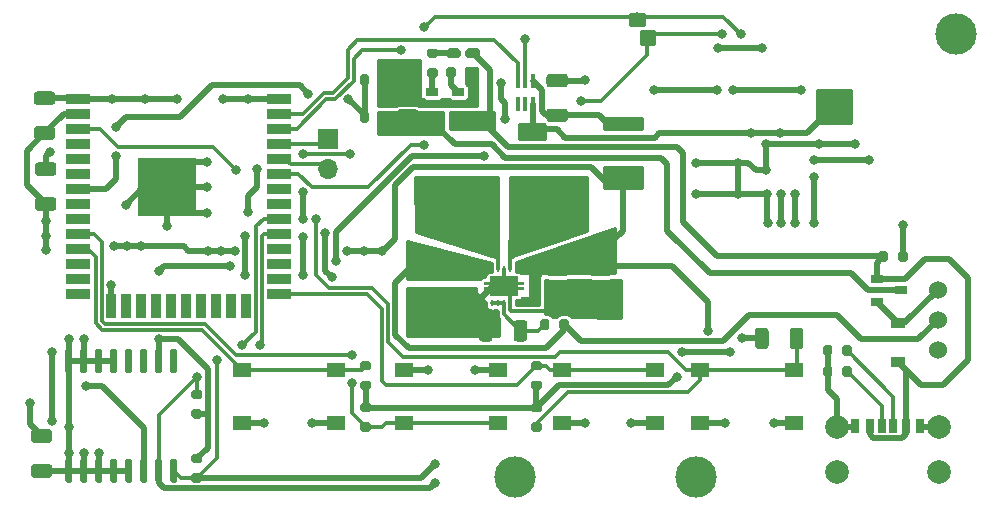
<source format=gbr>
G04 #@! TF.GenerationSoftware,KiCad,Pcbnew,5.1.10-88a1d61d58~90~ubuntu20.04.1*
G04 #@! TF.CreationDate,2021-08-07T17:50:33+05:30*
G04 #@! TF.ProjectId,open_authenticator,6f70656e-5f61-4757-9468-656e74696361,v01*
G04 #@! TF.SameCoordinates,Original*
G04 #@! TF.FileFunction,Copper,L1,Top*
G04 #@! TF.FilePolarity,Positive*
%FSLAX46Y46*%
G04 Gerber Fmt 4.6, Leading zero omitted, Abs format (unit mm)*
G04 Created by KiCad (PCBNEW 5.1.10-88a1d61d58~90~ubuntu20.04.1) date 2021-08-07 17:50:33*
%MOMM*%
%LPD*%
G01*
G04 APERTURE LIST*
G04 #@! TA.AperFunction,ComponentPad*
%ADD10C,3.500000*%
G04 #@! TD*
G04 #@! TA.AperFunction,SMDPad,CuDef*
%ADD11R,1.550000X1.300000*%
G04 #@! TD*
G04 #@! TA.AperFunction,SMDPad,CuDef*
%ADD12R,0.700000X1.200000*%
G04 #@! TD*
G04 #@! TA.AperFunction,SMDPad,CuDef*
%ADD13R,0.760000X1.200000*%
G04 #@! TD*
G04 #@! TA.AperFunction,SMDPad,CuDef*
%ADD14R,0.800000X1.200000*%
G04 #@! TD*
G04 #@! TA.AperFunction,ComponentPad*
%ADD15C,2.000000*%
G04 #@! TD*
G04 #@! TA.AperFunction,SMDPad,CuDef*
%ADD16R,1.200000X0.900000*%
G04 #@! TD*
G04 #@! TA.AperFunction,SMDPad,CuDef*
%ADD17R,0.240000X0.600000*%
G04 #@! TD*
G04 #@! TA.AperFunction,SMDPad,CuDef*
%ADD18C,0.100000*%
G04 #@! TD*
G04 #@! TA.AperFunction,ComponentPad*
%ADD19C,0.600000*%
G04 #@! TD*
G04 #@! TA.AperFunction,SMDPad,CuDef*
%ADD20R,0.400000X1.200000*%
G04 #@! TD*
G04 #@! TA.AperFunction,SMDPad,CuDef*
%ADD21R,2.200000X3.050000*%
G04 #@! TD*
G04 #@! TA.AperFunction,SMDPad,CuDef*
%ADD22R,1.100000X0.650000*%
G04 #@! TD*
G04 #@! TA.AperFunction,SMDPad,CuDef*
%ADD23R,2.000000X0.900000*%
G04 #@! TD*
G04 #@! TA.AperFunction,SMDPad,CuDef*
%ADD24R,0.900000X2.000000*%
G04 #@! TD*
G04 #@! TA.AperFunction,SMDPad,CuDef*
%ADD25R,5.000000X5.000000*%
G04 #@! TD*
G04 #@! TA.AperFunction,SMDPad,CuDef*
%ADD26R,1.060000X0.650000*%
G04 #@! TD*
G04 #@! TA.AperFunction,ComponentPad*
%ADD27R,1.700000X1.700000*%
G04 #@! TD*
G04 #@! TA.AperFunction,ComponentPad*
%ADD28O,1.700000X1.700000*%
G04 #@! TD*
G04 #@! TA.AperFunction,ComponentPad*
%ADD29C,1.524000*%
G04 #@! TD*
G04 #@! TA.AperFunction,ViaPad*
%ADD30C,0.800000*%
G04 #@! TD*
G04 #@! TA.AperFunction,Conductor*
%ADD31C,0.300000*%
G04 #@! TD*
G04 #@! TA.AperFunction,Conductor*
%ADD32C,0.500000*%
G04 #@! TD*
G04 #@! TA.AperFunction,Conductor*
%ADD33C,0.254000*%
G04 #@! TD*
G04 #@! TA.AperFunction,Conductor*
%ADD34C,0.100000*%
G04 #@! TD*
G04 APERTURE END LIST*
D10*
X132422900Y-119659400D03*
X147802600Y-119659400D03*
X169765980Y-82179160D03*
D11*
X156075000Y-110600000D03*
X156075000Y-115100000D03*
X148125000Y-115100000D03*
X148125000Y-110600000D03*
D12*
X163480000Y-115311720D03*
D13*
X165500000Y-115311720D03*
D14*
X166730000Y-115311720D03*
D12*
X164480000Y-115311720D03*
D13*
X162460000Y-115311720D03*
D14*
X161230000Y-115311720D03*
D15*
X159660000Y-119261720D03*
X168300000Y-119261720D03*
X168300000Y-115461720D03*
X159660000Y-115461720D03*
D11*
X109300000Y-110600000D03*
X109300000Y-115100000D03*
X117250000Y-115100000D03*
X117250000Y-110600000D03*
G04 #@! TA.AperFunction,SMDPad,CuDef*
G36*
G01*
X105775000Y-113075000D02*
X105225000Y-113075000D01*
G75*
G02*
X105025000Y-112875000I0J200000D01*
G01*
X105025000Y-112475000D01*
G75*
G02*
X105225000Y-112275000I200000J0D01*
G01*
X105775000Y-112275000D01*
G75*
G02*
X105975000Y-112475000I0J-200000D01*
G01*
X105975000Y-112875000D01*
G75*
G02*
X105775000Y-113075000I-200000J0D01*
G01*
G37*
G04 #@! TD.AperFunction*
G04 #@! TA.AperFunction,SMDPad,CuDef*
G36*
G01*
X105775000Y-114725000D02*
X105225000Y-114725000D01*
G75*
G02*
X105025000Y-114525000I0J200000D01*
G01*
X105025000Y-114125000D01*
G75*
G02*
X105225000Y-113925000I200000J0D01*
G01*
X105775000Y-113925000D01*
G75*
G02*
X105975000Y-114125000I0J-200000D01*
G01*
X105975000Y-114525000D01*
G75*
G02*
X105775000Y-114725000I-200000J0D01*
G01*
G37*
G04 #@! TD.AperFunction*
D16*
X164833300Y-106647980D03*
X164833300Y-109947980D03*
G04 #@! TA.AperFunction,SMDPad,CuDef*
G36*
G01*
X123674999Y-104475000D02*
X124975001Y-104475000D01*
G75*
G02*
X125225000Y-104724999I0J-249999D01*
G01*
X125225000Y-105375001D01*
G75*
G02*
X124975001Y-105625000I-249999J0D01*
G01*
X123674999Y-105625000D01*
G75*
G02*
X123425000Y-105375001I0J249999D01*
G01*
X123425000Y-104724999D01*
G75*
G02*
X123674999Y-104475000I249999J0D01*
G01*
G37*
G04 #@! TD.AperFunction*
G04 #@! TA.AperFunction,SMDPad,CuDef*
G36*
G01*
X123674999Y-101525000D02*
X124975001Y-101525000D01*
G75*
G02*
X125225000Y-101774999I0J-249999D01*
G01*
X125225000Y-102425001D01*
G75*
G02*
X124975001Y-102675000I-249999J0D01*
G01*
X123674999Y-102675000D01*
G75*
G02*
X123425000Y-102425001I0J249999D01*
G01*
X123425000Y-101774999D01*
G75*
G02*
X123674999Y-101525000I249999J0D01*
G01*
G37*
G04 #@! TD.AperFunction*
D17*
X132500000Y-102100000D03*
X132000000Y-102100000D03*
X131500000Y-102100000D03*
X131000000Y-102100000D03*
X130500000Y-102100000D03*
X130500000Y-104900000D03*
X131000000Y-104900000D03*
X131500000Y-104900000D03*
X132000000Y-104900000D03*
X132500000Y-104900000D03*
G04 #@! TA.AperFunction,SMDPad,CuDef*
D18*
G36*
X132700000Y-103375000D02*
G01*
X132700000Y-103625000D01*
X133200000Y-103625000D01*
X133200000Y-103875000D01*
X132700000Y-103875000D01*
X132700000Y-104325000D01*
X130300000Y-104325000D01*
X130300000Y-103875000D01*
X129800000Y-103875000D01*
X129800000Y-103625000D01*
X130300000Y-103625000D01*
X130300000Y-103375000D01*
X129800000Y-103375000D01*
X129800000Y-103125000D01*
X130300000Y-103125000D01*
X130300000Y-102675000D01*
X132700000Y-102675000D01*
X132700000Y-103125000D01*
X133200000Y-103125000D01*
X133200000Y-103375000D01*
X132700000Y-103375000D01*
G37*
G04 #@! TD.AperFunction*
D19*
X130550000Y-103500000D03*
X131500000Y-102925000D03*
X131500000Y-104075000D03*
X132450000Y-103500000D03*
G04 #@! TA.AperFunction,SMDPad,CuDef*
G36*
G01*
X91699999Y-118575000D02*
X93000001Y-118575000D01*
G75*
G02*
X93250000Y-118824999I0J-249999D01*
G01*
X93250000Y-119475001D01*
G75*
G02*
X93000001Y-119725000I-249999J0D01*
G01*
X91699999Y-119725000D01*
G75*
G02*
X91450000Y-119475001I0J249999D01*
G01*
X91450000Y-118824999D01*
G75*
G02*
X91699999Y-118575000I249999J0D01*
G01*
G37*
G04 #@! TD.AperFunction*
G04 #@! TA.AperFunction,SMDPad,CuDef*
G36*
G01*
X91699999Y-115625000D02*
X93000001Y-115625000D01*
G75*
G02*
X93250000Y-115874999I0J-249999D01*
G01*
X93250000Y-116525001D01*
G75*
G02*
X93000001Y-116775000I-249999J0D01*
G01*
X91699999Y-116775000D01*
G75*
G02*
X91450000Y-116525001I0J249999D01*
G01*
X91450000Y-115874999D01*
G75*
G02*
X91699999Y-115625000I249999J0D01*
G01*
G37*
G04 #@! TD.AperFunction*
G04 #@! TA.AperFunction,SMDPad,CuDef*
G36*
G01*
X91949999Y-87025000D02*
X93250001Y-87025000D01*
G75*
G02*
X93500000Y-87274999I0J-249999D01*
G01*
X93500000Y-87925001D01*
G75*
G02*
X93250001Y-88175000I-249999J0D01*
G01*
X91949999Y-88175000D01*
G75*
G02*
X91700000Y-87925001I0J249999D01*
G01*
X91700000Y-87274999D01*
G75*
G02*
X91949999Y-87025000I249999J0D01*
G01*
G37*
G04 #@! TD.AperFunction*
G04 #@! TA.AperFunction,SMDPad,CuDef*
G36*
G01*
X91949999Y-89975000D02*
X93250001Y-89975000D01*
G75*
G02*
X93500000Y-90224999I0J-249999D01*
G01*
X93500000Y-90875001D01*
G75*
G02*
X93250001Y-91125000I-249999J0D01*
G01*
X91949999Y-91125000D01*
G75*
G02*
X91700000Y-90875001I0J249999D01*
G01*
X91700000Y-90224999D01*
G75*
G02*
X91949999Y-89975000I249999J0D01*
G01*
G37*
G04 #@! TD.AperFunction*
G04 #@! TA.AperFunction,SMDPad,CuDef*
G36*
G01*
X93350001Y-97125000D02*
X92049999Y-97125000D01*
G75*
G02*
X91800000Y-96875001I0J249999D01*
G01*
X91800000Y-96224999D01*
G75*
G02*
X92049999Y-95975000I249999J0D01*
G01*
X93350001Y-95975000D01*
G75*
G02*
X93600000Y-96224999I0J-249999D01*
G01*
X93600000Y-96875001D01*
G75*
G02*
X93350001Y-97125000I-249999J0D01*
G01*
G37*
G04 #@! TD.AperFunction*
G04 #@! TA.AperFunction,SMDPad,CuDef*
G36*
G01*
X93350001Y-94175000D02*
X92049999Y-94175000D01*
G75*
G02*
X91800000Y-93925001I0J249999D01*
G01*
X91800000Y-93274999D01*
G75*
G02*
X92049999Y-93025000I249999J0D01*
G01*
X93350001Y-93025000D01*
G75*
G02*
X93600000Y-93274999I0J-249999D01*
G01*
X93600000Y-93925001D01*
G75*
G02*
X93350001Y-94175000I-249999J0D01*
G01*
G37*
G04 #@! TD.AperFunction*
G04 #@! TA.AperFunction,SMDPad,CuDef*
G36*
G01*
X156854720Y-107285379D02*
X156854720Y-108585381D01*
G75*
G02*
X156604721Y-108835380I-249999J0D01*
G01*
X155954719Y-108835380D01*
G75*
G02*
X155704720Y-108585381I0J249999D01*
G01*
X155704720Y-107285379D01*
G75*
G02*
X155954719Y-107035380I249999J0D01*
G01*
X156604721Y-107035380D01*
G75*
G02*
X156854720Y-107285379I0J-249999D01*
G01*
G37*
G04 #@! TD.AperFunction*
G04 #@! TA.AperFunction,SMDPad,CuDef*
G36*
G01*
X153904720Y-107285379D02*
X153904720Y-108585381D01*
G75*
G02*
X153654721Y-108835380I-249999J0D01*
G01*
X153004719Y-108835380D01*
G75*
G02*
X152754720Y-108585381I0J249999D01*
G01*
X152754720Y-107285379D01*
G75*
G02*
X153004719Y-107035380I249999J0D01*
G01*
X153654721Y-107035380D01*
G75*
G02*
X153904720Y-107285379I0J-249999D01*
G01*
G37*
G04 #@! TD.AperFunction*
G04 #@! TA.AperFunction,SMDPad,CuDef*
G36*
G01*
X122699999Y-85575000D02*
X124000001Y-85575000D01*
G75*
G02*
X124250000Y-85824999I0J-249999D01*
G01*
X124250000Y-86475001D01*
G75*
G02*
X124000001Y-86725000I-249999J0D01*
G01*
X122699999Y-86725000D01*
G75*
G02*
X122450000Y-86475001I0J249999D01*
G01*
X122450000Y-85824999D01*
G75*
G02*
X122699999Y-85575000I249999J0D01*
G01*
G37*
G04 #@! TD.AperFunction*
G04 #@! TA.AperFunction,SMDPad,CuDef*
G36*
G01*
X122699999Y-88525000D02*
X124000001Y-88525000D01*
G75*
G02*
X124250000Y-88774999I0J-249999D01*
G01*
X124250000Y-89425001D01*
G75*
G02*
X124000001Y-89675000I-249999J0D01*
G01*
X122699999Y-89675000D01*
G75*
G02*
X122450000Y-89425001I0J249999D01*
G01*
X122450000Y-88774999D01*
G75*
G02*
X122699999Y-88525000I249999J0D01*
G01*
G37*
G04 #@! TD.AperFunction*
G04 #@! TA.AperFunction,SMDPad,CuDef*
G36*
G01*
X135349999Y-88475000D02*
X136650001Y-88475000D01*
G75*
G02*
X136900000Y-88724999I0J-249999D01*
G01*
X136900000Y-89375001D01*
G75*
G02*
X136650001Y-89625000I-249999J0D01*
G01*
X135349999Y-89625000D01*
G75*
G02*
X135100000Y-89375001I0J249999D01*
G01*
X135100000Y-88724999D01*
G75*
G02*
X135349999Y-88475000I249999J0D01*
G01*
G37*
G04 #@! TD.AperFunction*
G04 #@! TA.AperFunction,SMDPad,CuDef*
G36*
G01*
X135349999Y-85525000D02*
X136650001Y-85525000D01*
G75*
G02*
X136900000Y-85774999I0J-249999D01*
G01*
X136900000Y-86425001D01*
G75*
G02*
X136650001Y-86675000I-249999J0D01*
G01*
X135349999Y-86675000D01*
G75*
G02*
X135100000Y-86425001I0J249999D01*
G01*
X135100000Y-85774999D01*
G75*
G02*
X135349999Y-85525000I249999J0D01*
G01*
G37*
G04 #@! TD.AperFunction*
G04 #@! TA.AperFunction,SMDPad,CuDef*
G36*
G01*
X126449999Y-104475000D02*
X127750001Y-104475000D01*
G75*
G02*
X128000000Y-104724999I0J-249999D01*
G01*
X128000000Y-105375001D01*
G75*
G02*
X127750001Y-105625000I-249999J0D01*
G01*
X126449999Y-105625000D01*
G75*
G02*
X126200000Y-105375001I0J249999D01*
G01*
X126200000Y-104724999D01*
G75*
G02*
X126449999Y-104475000I249999J0D01*
G01*
G37*
G04 #@! TD.AperFunction*
G04 #@! TA.AperFunction,SMDPad,CuDef*
G36*
G01*
X126449999Y-101525000D02*
X127750001Y-101525000D01*
G75*
G02*
X128000000Y-101774999I0J-249999D01*
G01*
X128000000Y-102425001D01*
G75*
G02*
X127750001Y-102675000I-249999J0D01*
G01*
X126449999Y-102675000D01*
G75*
G02*
X126200000Y-102425001I0J249999D01*
G01*
X126200000Y-101774999D01*
G75*
G02*
X126449999Y-101525000I249999J0D01*
G01*
G37*
G04 #@! TD.AperFunction*
G04 #@! TA.AperFunction,SMDPad,CuDef*
G36*
G01*
X130525000Y-106649999D02*
X130525000Y-107950001D01*
G75*
G02*
X130275001Y-108200000I-249999J0D01*
G01*
X129624999Y-108200000D01*
G75*
G02*
X129375000Y-107950001I0J249999D01*
G01*
X129375000Y-106649999D01*
G75*
G02*
X129624999Y-106400000I249999J0D01*
G01*
X130275001Y-106400000D01*
G75*
G02*
X130525000Y-106649999I0J-249999D01*
G01*
G37*
G04 #@! TD.AperFunction*
G04 #@! TA.AperFunction,SMDPad,CuDef*
G36*
G01*
X133475000Y-106649999D02*
X133475000Y-107950001D01*
G75*
G02*
X133225001Y-108200000I-249999J0D01*
G01*
X132574999Y-108200000D01*
G75*
G02*
X132325000Y-107950001I0J249999D01*
G01*
X132325000Y-106649999D01*
G75*
G02*
X132574999Y-106400000I249999J0D01*
G01*
X133225001Y-106400000D01*
G75*
G02*
X133475000Y-106649999I0J-249999D01*
G01*
G37*
G04 #@! TD.AperFunction*
G04 #@! TA.AperFunction,SMDPad,CuDef*
G36*
G01*
X135349999Y-101525000D02*
X136650001Y-101525000D01*
G75*
G02*
X136900000Y-101774999I0J-249999D01*
G01*
X136900000Y-102425001D01*
G75*
G02*
X136650001Y-102675000I-249999J0D01*
G01*
X135349999Y-102675000D01*
G75*
G02*
X135100000Y-102425001I0J249999D01*
G01*
X135100000Y-101774999D01*
G75*
G02*
X135349999Y-101525000I249999J0D01*
G01*
G37*
G04 #@! TD.AperFunction*
G04 #@! TA.AperFunction,SMDPad,CuDef*
G36*
G01*
X135349999Y-104475000D02*
X136650001Y-104475000D01*
G75*
G02*
X136900000Y-104724999I0J-249999D01*
G01*
X136900000Y-105375001D01*
G75*
G02*
X136650001Y-105625000I-249999J0D01*
G01*
X135349999Y-105625000D01*
G75*
G02*
X135100000Y-105375001I0J249999D01*
G01*
X135100000Y-104724999D01*
G75*
G02*
X135349999Y-104475000I249999J0D01*
G01*
G37*
G04 #@! TD.AperFunction*
G04 #@! TA.AperFunction,SMDPad,CuDef*
G36*
G01*
X139049999Y-104475000D02*
X140350001Y-104475000D01*
G75*
G02*
X140600000Y-104724999I0J-249999D01*
G01*
X140600000Y-105375001D01*
G75*
G02*
X140350001Y-105625000I-249999J0D01*
G01*
X139049999Y-105625000D01*
G75*
G02*
X138800000Y-105375001I0J249999D01*
G01*
X138800000Y-104724999D01*
G75*
G02*
X139049999Y-104475000I249999J0D01*
G01*
G37*
G04 #@! TD.AperFunction*
G04 #@! TA.AperFunction,SMDPad,CuDef*
G36*
G01*
X139049999Y-101525000D02*
X140350001Y-101525000D01*
G75*
G02*
X140600000Y-101774999I0J-249999D01*
G01*
X140600000Y-102425001D01*
G75*
G02*
X140350001Y-102675000I-249999J0D01*
G01*
X139049999Y-102675000D01*
G75*
G02*
X138800000Y-102425001I0J249999D01*
G01*
X138800000Y-101774999D01*
G75*
G02*
X139049999Y-101525000I249999J0D01*
G01*
G37*
G04 #@! TD.AperFunction*
G04 #@! TA.AperFunction,SMDPad,CuDef*
G36*
G01*
X128237500Y-84012500D02*
X128237500Y-83587500D01*
G75*
G02*
X128450000Y-83375000I212500J0D01*
G01*
X129250000Y-83375000D01*
G75*
G02*
X129462500Y-83587500I0J-212500D01*
G01*
X129462500Y-84012500D01*
G75*
G02*
X129250000Y-84225000I-212500J0D01*
G01*
X128450000Y-84225000D01*
G75*
G02*
X128237500Y-84012500I0J212500D01*
G01*
G37*
G04 #@! TD.AperFunction*
G04 #@! TA.AperFunction,SMDPad,CuDef*
G36*
G01*
X126612500Y-84012500D02*
X126612500Y-83587500D01*
G75*
G02*
X126825000Y-83375000I212500J0D01*
G01*
X127625000Y-83375000D01*
G75*
G02*
X127837500Y-83587500I0J-212500D01*
G01*
X127837500Y-84012500D01*
G75*
G02*
X127625000Y-84225000I-212500J0D01*
G01*
X126825000Y-84225000D01*
G75*
G02*
X126612500Y-84012500I0J212500D01*
G01*
G37*
G04 #@! TD.AperFunction*
D20*
X133950000Y-88050000D03*
X133300000Y-88050000D03*
X132650000Y-88050000D03*
X132650000Y-86150000D03*
X133300000Y-86150000D03*
X133950000Y-86150000D03*
D21*
X126500000Y-95850000D03*
X135800000Y-95850000D03*
D22*
X163051780Y-102900600D03*
X163051780Y-104820600D03*
X165151780Y-103860600D03*
G04 #@! TA.AperFunction,SMDPad,CuDef*
G36*
G01*
X135350000Y-106475000D02*
X135350000Y-107025000D01*
G75*
G02*
X135150000Y-107225000I-200000J0D01*
G01*
X134750000Y-107225000D01*
G75*
G02*
X134550000Y-107025000I0J200000D01*
G01*
X134550000Y-106475000D01*
G75*
G02*
X134750000Y-106275000I200000J0D01*
G01*
X135150000Y-106275000D01*
G75*
G02*
X135350000Y-106475000I0J-200000D01*
G01*
G37*
G04 #@! TD.AperFunction*
G04 #@! TA.AperFunction,SMDPad,CuDef*
G36*
G01*
X137000000Y-106475000D02*
X137000000Y-107025000D01*
G75*
G02*
X136800000Y-107225000I-200000J0D01*
G01*
X136400000Y-107225000D01*
G75*
G02*
X136200000Y-107025000I0J200000D01*
G01*
X136200000Y-106475000D01*
G75*
G02*
X136400000Y-106275000I200000J0D01*
G01*
X136800000Y-106275000D01*
G75*
G02*
X137000000Y-106475000I0J-200000D01*
G01*
G37*
G04 #@! TD.AperFunction*
G04 #@! TA.AperFunction,SMDPad,CuDef*
G36*
G01*
X105225000Y-117700000D02*
X105775000Y-117700000D01*
G75*
G02*
X105975000Y-117900000I0J-200000D01*
G01*
X105975000Y-118300000D01*
G75*
G02*
X105775000Y-118500000I-200000J0D01*
G01*
X105225000Y-118500000D01*
G75*
G02*
X105025000Y-118300000I0J200000D01*
G01*
X105025000Y-117900000D01*
G75*
G02*
X105225000Y-117700000I200000J0D01*
G01*
G37*
G04 #@! TD.AperFunction*
G04 #@! TA.AperFunction,SMDPad,CuDef*
G36*
G01*
X105225000Y-119350000D02*
X105775000Y-119350000D01*
G75*
G02*
X105975000Y-119550000I0J-200000D01*
G01*
X105975000Y-119950000D01*
G75*
G02*
X105775000Y-120150000I-200000J0D01*
G01*
X105225000Y-120150000D01*
G75*
G02*
X105025000Y-119950000I0J200000D01*
G01*
X105025000Y-119550000D01*
G75*
G02*
X105225000Y-119350000I200000J0D01*
G01*
G37*
G04 #@! TD.AperFunction*
G04 #@! TA.AperFunction,SMDPad,CuDef*
G36*
G01*
X120075000Y-112300000D02*
X119525000Y-112300000D01*
G75*
G02*
X119325000Y-112100000I0J200000D01*
G01*
X119325000Y-111700000D01*
G75*
G02*
X119525000Y-111500000I200000J0D01*
G01*
X120075000Y-111500000D01*
G75*
G02*
X120275000Y-111700000I0J-200000D01*
G01*
X120275000Y-112100000D01*
G75*
G02*
X120075000Y-112300000I-200000J0D01*
G01*
G37*
G04 #@! TD.AperFunction*
G04 #@! TA.AperFunction,SMDPad,CuDef*
G36*
G01*
X120075000Y-110650000D02*
X119525000Y-110650000D01*
G75*
G02*
X119325000Y-110450000I0J200000D01*
G01*
X119325000Y-110050000D01*
G75*
G02*
X119525000Y-109850000I200000J0D01*
G01*
X120075000Y-109850000D01*
G75*
G02*
X120275000Y-110050000I0J-200000D01*
G01*
X120275000Y-110450000D01*
G75*
G02*
X120075000Y-110650000I-200000J0D01*
G01*
G37*
G04 #@! TD.AperFunction*
G04 #@! TA.AperFunction,SMDPad,CuDef*
G36*
G01*
X133975000Y-115047580D02*
X134525000Y-115047580D01*
G75*
G02*
X134725000Y-115247580I0J-200000D01*
G01*
X134725000Y-115647580D01*
G75*
G02*
X134525000Y-115847580I-200000J0D01*
G01*
X133975000Y-115847580D01*
G75*
G02*
X133775000Y-115647580I0J200000D01*
G01*
X133775000Y-115247580D01*
G75*
G02*
X133975000Y-115047580I200000J0D01*
G01*
G37*
G04 #@! TD.AperFunction*
G04 #@! TA.AperFunction,SMDPad,CuDef*
G36*
G01*
X133975000Y-113397580D02*
X134525000Y-113397580D01*
G75*
G02*
X134725000Y-113597580I0J-200000D01*
G01*
X134725000Y-113997580D01*
G75*
G02*
X134525000Y-114197580I-200000J0D01*
G01*
X133975000Y-114197580D01*
G75*
G02*
X133775000Y-113997580I0J200000D01*
G01*
X133775000Y-113597580D01*
G75*
G02*
X133975000Y-113397580I200000J0D01*
G01*
G37*
G04 #@! TD.AperFunction*
G04 #@! TA.AperFunction,SMDPad,CuDef*
G36*
G01*
X134525000Y-112300000D02*
X133975000Y-112300000D01*
G75*
G02*
X133775000Y-112100000I0J200000D01*
G01*
X133775000Y-111700000D01*
G75*
G02*
X133975000Y-111500000I200000J0D01*
G01*
X134525000Y-111500000D01*
G75*
G02*
X134725000Y-111700000I0J-200000D01*
G01*
X134725000Y-112100000D01*
G75*
G02*
X134525000Y-112300000I-200000J0D01*
G01*
G37*
G04 #@! TD.AperFunction*
G04 #@! TA.AperFunction,SMDPad,CuDef*
G36*
G01*
X134525000Y-110650000D02*
X133975000Y-110650000D01*
G75*
G02*
X133775000Y-110450000I0J200000D01*
G01*
X133775000Y-110050000D01*
G75*
G02*
X133975000Y-109850000I200000J0D01*
G01*
X134525000Y-109850000D01*
G75*
G02*
X134725000Y-110050000I0J-200000D01*
G01*
X134725000Y-110450000D01*
G75*
G02*
X134525000Y-110650000I-200000J0D01*
G01*
G37*
G04 #@! TD.AperFunction*
G04 #@! TA.AperFunction,SMDPad,CuDef*
G36*
G01*
X128250000Y-85675000D02*
X128250000Y-85125000D01*
G75*
G02*
X128450000Y-84925000I200000J0D01*
G01*
X128850000Y-84925000D01*
G75*
G02*
X129050000Y-85125000I0J-200000D01*
G01*
X129050000Y-85675000D01*
G75*
G02*
X128850000Y-85875000I-200000J0D01*
G01*
X128450000Y-85875000D01*
G75*
G02*
X128250000Y-85675000I0J200000D01*
G01*
G37*
G04 #@! TD.AperFunction*
G04 #@! TA.AperFunction,SMDPad,CuDef*
G36*
G01*
X126600000Y-85675000D02*
X126600000Y-85125000D01*
G75*
G02*
X126800000Y-84925000I200000J0D01*
G01*
X127200000Y-84925000D01*
G75*
G02*
X127400000Y-85125000I0J-200000D01*
G01*
X127400000Y-85675000D01*
G75*
G02*
X127200000Y-85875000I-200000J0D01*
G01*
X126800000Y-85875000D01*
G75*
G02*
X126600000Y-85675000I0J200000D01*
G01*
G37*
G04 #@! TD.AperFunction*
G04 #@! TA.AperFunction,SMDPad,CuDef*
G36*
G01*
X125725000Y-85850000D02*
X125175000Y-85850000D01*
G75*
G02*
X124975000Y-85650000I0J200000D01*
G01*
X124975000Y-85250000D01*
G75*
G02*
X125175000Y-85050000I200000J0D01*
G01*
X125725000Y-85050000D01*
G75*
G02*
X125925000Y-85250000I0J-200000D01*
G01*
X125925000Y-85650000D01*
G75*
G02*
X125725000Y-85850000I-200000J0D01*
G01*
G37*
G04 #@! TD.AperFunction*
G04 #@! TA.AperFunction,SMDPad,CuDef*
G36*
G01*
X125725000Y-84200000D02*
X125175000Y-84200000D01*
G75*
G02*
X124975000Y-84000000I0J200000D01*
G01*
X124975000Y-83600000D01*
G75*
G02*
X125175000Y-83400000I200000J0D01*
G01*
X125725000Y-83400000D01*
G75*
G02*
X125925000Y-83600000I0J-200000D01*
G01*
X125925000Y-84000000D01*
G75*
G02*
X125725000Y-84200000I-200000J0D01*
G01*
G37*
G04 #@! TD.AperFunction*
G04 #@! TA.AperFunction,SMDPad,CuDef*
G36*
G01*
X120100000Y-88925000D02*
X120100000Y-89475000D01*
G75*
G02*
X119900000Y-89675000I-200000J0D01*
G01*
X119500000Y-89675000D01*
G75*
G02*
X119300000Y-89475000I0J200000D01*
G01*
X119300000Y-88925000D01*
G75*
G02*
X119500000Y-88725000I200000J0D01*
G01*
X119900000Y-88725000D01*
G75*
G02*
X120100000Y-88925000I0J-200000D01*
G01*
G37*
G04 #@! TD.AperFunction*
G04 #@! TA.AperFunction,SMDPad,CuDef*
G36*
G01*
X121750000Y-88925000D02*
X121750000Y-89475000D01*
G75*
G02*
X121550000Y-89675000I-200000J0D01*
G01*
X121150000Y-89675000D01*
G75*
G02*
X120950000Y-89475000I0J200000D01*
G01*
X120950000Y-88925000D01*
G75*
G02*
X121150000Y-88725000I200000J0D01*
G01*
X121550000Y-88725000D01*
G75*
G02*
X121750000Y-88925000I0J-200000D01*
G01*
G37*
G04 #@! TD.AperFunction*
G04 #@! TA.AperFunction,SMDPad,CuDef*
G36*
G01*
X119300000Y-86325000D02*
X119300000Y-85775000D01*
G75*
G02*
X119500000Y-85575000I200000J0D01*
G01*
X119900000Y-85575000D01*
G75*
G02*
X120100000Y-85775000I0J-200000D01*
G01*
X120100000Y-86325000D01*
G75*
G02*
X119900000Y-86525000I-200000J0D01*
G01*
X119500000Y-86525000D01*
G75*
G02*
X119300000Y-86325000I0J200000D01*
G01*
G37*
G04 #@! TD.AperFunction*
G04 #@! TA.AperFunction,SMDPad,CuDef*
G36*
G01*
X120950000Y-86325000D02*
X120950000Y-85775000D01*
G75*
G02*
X121150000Y-85575000I200000J0D01*
G01*
X121550000Y-85575000D01*
G75*
G02*
X121750000Y-85775000I0J-200000D01*
G01*
X121750000Y-86325000D01*
G75*
G02*
X121550000Y-86525000I-200000J0D01*
G01*
X121150000Y-86525000D01*
G75*
G02*
X120950000Y-86325000I0J200000D01*
G01*
G37*
G04 #@! TD.AperFunction*
G04 #@! TA.AperFunction,SMDPad,CuDef*
G36*
G01*
X158505440Y-109223220D02*
X158505440Y-108673220D01*
G75*
G02*
X158705440Y-108473220I200000J0D01*
G01*
X159105440Y-108473220D01*
G75*
G02*
X159305440Y-108673220I0J-200000D01*
G01*
X159305440Y-109223220D01*
G75*
G02*
X159105440Y-109423220I-200000J0D01*
G01*
X158705440Y-109423220D01*
G75*
G02*
X158505440Y-109223220I0J200000D01*
G01*
G37*
G04 #@! TD.AperFunction*
G04 #@! TA.AperFunction,SMDPad,CuDef*
G36*
G01*
X160155440Y-109223220D02*
X160155440Y-108673220D01*
G75*
G02*
X160355440Y-108473220I200000J0D01*
G01*
X160755440Y-108473220D01*
G75*
G02*
X160955440Y-108673220I0J-200000D01*
G01*
X160955440Y-109223220D01*
G75*
G02*
X160755440Y-109423220I-200000J0D01*
G01*
X160355440Y-109423220D01*
G75*
G02*
X160155440Y-109223220I0J200000D01*
G01*
G37*
G04 #@! TD.AperFunction*
G04 #@! TA.AperFunction,SMDPad,CuDef*
G36*
G01*
X160161660Y-111000000D02*
X160161660Y-110450000D01*
G75*
G02*
X160361660Y-110250000I200000J0D01*
G01*
X160761660Y-110250000D01*
G75*
G02*
X160961660Y-110450000I0J-200000D01*
G01*
X160961660Y-111000000D01*
G75*
G02*
X160761660Y-111200000I-200000J0D01*
G01*
X160361660Y-111200000D01*
G75*
G02*
X160161660Y-111000000I0J200000D01*
G01*
G37*
G04 #@! TD.AperFunction*
G04 #@! TA.AperFunction,SMDPad,CuDef*
G36*
G01*
X158511660Y-111000000D02*
X158511660Y-110450000D01*
G75*
G02*
X158711660Y-110250000I200000J0D01*
G01*
X159111660Y-110250000D01*
G75*
G02*
X159311660Y-110450000I0J-200000D01*
G01*
X159311660Y-111000000D01*
G75*
G02*
X159111660Y-111200000I-200000J0D01*
G01*
X158711660Y-111200000D01*
G75*
G02*
X158511660Y-111000000I0J200000D01*
G01*
G37*
G04 #@! TD.AperFunction*
G04 #@! TA.AperFunction,SMDPad,CuDef*
G36*
G01*
X163224260Y-101270480D02*
X163224260Y-100720480D01*
G75*
G02*
X163424260Y-100520480I200000J0D01*
G01*
X163824260Y-100520480D01*
G75*
G02*
X164024260Y-100720480I0J-200000D01*
G01*
X164024260Y-101270480D01*
G75*
G02*
X163824260Y-101470480I-200000J0D01*
G01*
X163424260Y-101470480D01*
G75*
G02*
X163224260Y-101270480I0J200000D01*
G01*
G37*
G04 #@! TD.AperFunction*
G04 #@! TA.AperFunction,SMDPad,CuDef*
G36*
G01*
X164874260Y-101270480D02*
X164874260Y-100720480D01*
G75*
G02*
X165074260Y-100520480I200000J0D01*
G01*
X165474260Y-100520480D01*
G75*
G02*
X165674260Y-100720480I0J-200000D01*
G01*
X165674260Y-101270480D01*
G75*
G02*
X165474260Y-101470480I-200000J0D01*
G01*
X165074260Y-101470480D01*
G75*
G02*
X164874260Y-101270480I0J200000D01*
G01*
G37*
G04 #@! TD.AperFunction*
G04 #@! TA.AperFunction,SMDPad,CuDef*
G36*
G01*
X119525000Y-115047580D02*
X120075000Y-115047580D01*
G75*
G02*
X120275000Y-115247580I0J-200000D01*
G01*
X120275000Y-115647580D01*
G75*
G02*
X120075000Y-115847580I-200000J0D01*
G01*
X119525000Y-115847580D01*
G75*
G02*
X119325000Y-115647580I0J200000D01*
G01*
X119325000Y-115247580D01*
G75*
G02*
X119525000Y-115047580I200000J0D01*
G01*
G37*
G04 #@! TD.AperFunction*
G04 #@! TA.AperFunction,SMDPad,CuDef*
G36*
G01*
X119525000Y-113397580D02*
X120075000Y-113397580D01*
G75*
G02*
X120275000Y-113597580I0J-200000D01*
G01*
X120275000Y-113997580D01*
G75*
G02*
X120075000Y-114197580I-200000J0D01*
G01*
X119525000Y-114197580D01*
G75*
G02*
X119325000Y-113997580I0J200000D01*
G01*
X119325000Y-113597580D01*
G75*
G02*
X119525000Y-113397580I200000J0D01*
G01*
G37*
G04 #@! TD.AperFunction*
D11*
X123025000Y-115100000D03*
X123025000Y-110600000D03*
X130975000Y-110600000D03*
X130975000Y-115100000D03*
X136375000Y-110600000D03*
X136375000Y-115100000D03*
X144325000Y-115100000D03*
X144325000Y-110600000D03*
D23*
X112450000Y-87645000D03*
X112450000Y-88915000D03*
X112450000Y-90185000D03*
X112450000Y-91455000D03*
X112450000Y-92725000D03*
X112450000Y-93995000D03*
X112450000Y-95265000D03*
X112450000Y-96535000D03*
X112450000Y-97805000D03*
X112450000Y-99075000D03*
X112450000Y-100345000D03*
X112450000Y-101615000D03*
X112450000Y-102885000D03*
X112450000Y-104155000D03*
D24*
X109665000Y-105155000D03*
X108395000Y-105155000D03*
X107125000Y-105155000D03*
X105855000Y-105155000D03*
X104585000Y-105155000D03*
X103315000Y-105155000D03*
X102045000Y-105155000D03*
X100775000Y-105155000D03*
X99505000Y-105155000D03*
X98235000Y-105155000D03*
D23*
X95450000Y-104155000D03*
X95450000Y-102885000D03*
X95450000Y-101615000D03*
X95450000Y-100345000D03*
X95450000Y-99075000D03*
X95450000Y-97805000D03*
X95450000Y-96535000D03*
X95450000Y-95265000D03*
X95450000Y-93995000D03*
X95450000Y-92725000D03*
X95450000Y-91455000D03*
X95450000Y-90185000D03*
X95450000Y-88915000D03*
X95450000Y-87645000D03*
D25*
X102950000Y-95145000D03*
G04 #@! TA.AperFunction,SMDPad,CuDef*
G36*
G01*
X103395000Y-108825000D02*
X103695000Y-108825000D01*
G75*
G02*
X103845000Y-108975000I0J-150000D01*
G01*
X103845000Y-110725000D01*
G75*
G02*
X103695000Y-110875000I-150000J0D01*
G01*
X103395000Y-110875000D01*
G75*
G02*
X103245000Y-110725000I0J150000D01*
G01*
X103245000Y-108975000D01*
G75*
G02*
X103395000Y-108825000I150000J0D01*
G01*
G37*
G04 #@! TD.AperFunction*
G04 #@! TA.AperFunction,SMDPad,CuDef*
G36*
G01*
X102125000Y-108825000D02*
X102425000Y-108825000D01*
G75*
G02*
X102575000Y-108975000I0J-150000D01*
G01*
X102575000Y-110725000D01*
G75*
G02*
X102425000Y-110875000I-150000J0D01*
G01*
X102125000Y-110875000D01*
G75*
G02*
X101975000Y-110725000I0J150000D01*
G01*
X101975000Y-108975000D01*
G75*
G02*
X102125000Y-108825000I150000J0D01*
G01*
G37*
G04 #@! TD.AperFunction*
G04 #@! TA.AperFunction,SMDPad,CuDef*
G36*
G01*
X100855000Y-108825000D02*
X101155000Y-108825000D01*
G75*
G02*
X101305000Y-108975000I0J-150000D01*
G01*
X101305000Y-110725000D01*
G75*
G02*
X101155000Y-110875000I-150000J0D01*
G01*
X100855000Y-110875000D01*
G75*
G02*
X100705000Y-110725000I0J150000D01*
G01*
X100705000Y-108975000D01*
G75*
G02*
X100855000Y-108825000I150000J0D01*
G01*
G37*
G04 #@! TD.AperFunction*
G04 #@! TA.AperFunction,SMDPad,CuDef*
G36*
G01*
X99585000Y-108825000D02*
X99885000Y-108825000D01*
G75*
G02*
X100035000Y-108975000I0J-150000D01*
G01*
X100035000Y-110725000D01*
G75*
G02*
X99885000Y-110875000I-150000J0D01*
G01*
X99585000Y-110875000D01*
G75*
G02*
X99435000Y-110725000I0J150000D01*
G01*
X99435000Y-108975000D01*
G75*
G02*
X99585000Y-108825000I150000J0D01*
G01*
G37*
G04 #@! TD.AperFunction*
G04 #@! TA.AperFunction,SMDPad,CuDef*
G36*
G01*
X98315000Y-108825000D02*
X98615000Y-108825000D01*
G75*
G02*
X98765000Y-108975000I0J-150000D01*
G01*
X98765000Y-110725000D01*
G75*
G02*
X98615000Y-110875000I-150000J0D01*
G01*
X98315000Y-110875000D01*
G75*
G02*
X98165000Y-110725000I0J150000D01*
G01*
X98165000Y-108975000D01*
G75*
G02*
X98315000Y-108825000I150000J0D01*
G01*
G37*
G04 #@! TD.AperFunction*
G04 #@! TA.AperFunction,SMDPad,CuDef*
G36*
G01*
X97045000Y-108825000D02*
X97345000Y-108825000D01*
G75*
G02*
X97495000Y-108975000I0J-150000D01*
G01*
X97495000Y-110725000D01*
G75*
G02*
X97345000Y-110875000I-150000J0D01*
G01*
X97045000Y-110875000D01*
G75*
G02*
X96895000Y-110725000I0J150000D01*
G01*
X96895000Y-108975000D01*
G75*
G02*
X97045000Y-108825000I150000J0D01*
G01*
G37*
G04 #@! TD.AperFunction*
G04 #@! TA.AperFunction,SMDPad,CuDef*
G36*
G01*
X95775000Y-108825000D02*
X96075000Y-108825000D01*
G75*
G02*
X96225000Y-108975000I0J-150000D01*
G01*
X96225000Y-110725000D01*
G75*
G02*
X96075000Y-110875000I-150000J0D01*
G01*
X95775000Y-110875000D01*
G75*
G02*
X95625000Y-110725000I0J150000D01*
G01*
X95625000Y-108975000D01*
G75*
G02*
X95775000Y-108825000I150000J0D01*
G01*
G37*
G04 #@! TD.AperFunction*
G04 #@! TA.AperFunction,SMDPad,CuDef*
G36*
G01*
X94505000Y-108825000D02*
X94805000Y-108825000D01*
G75*
G02*
X94955000Y-108975000I0J-150000D01*
G01*
X94955000Y-110725000D01*
G75*
G02*
X94805000Y-110875000I-150000J0D01*
G01*
X94505000Y-110875000D01*
G75*
G02*
X94355000Y-110725000I0J150000D01*
G01*
X94355000Y-108975000D01*
G75*
G02*
X94505000Y-108825000I150000J0D01*
G01*
G37*
G04 #@! TD.AperFunction*
G04 #@! TA.AperFunction,SMDPad,CuDef*
G36*
G01*
X94505000Y-118125000D02*
X94805000Y-118125000D01*
G75*
G02*
X94955000Y-118275000I0J-150000D01*
G01*
X94955000Y-120025000D01*
G75*
G02*
X94805000Y-120175000I-150000J0D01*
G01*
X94505000Y-120175000D01*
G75*
G02*
X94355000Y-120025000I0J150000D01*
G01*
X94355000Y-118275000D01*
G75*
G02*
X94505000Y-118125000I150000J0D01*
G01*
G37*
G04 #@! TD.AperFunction*
G04 #@! TA.AperFunction,SMDPad,CuDef*
G36*
G01*
X95775000Y-118125000D02*
X96075000Y-118125000D01*
G75*
G02*
X96225000Y-118275000I0J-150000D01*
G01*
X96225000Y-120025000D01*
G75*
G02*
X96075000Y-120175000I-150000J0D01*
G01*
X95775000Y-120175000D01*
G75*
G02*
X95625000Y-120025000I0J150000D01*
G01*
X95625000Y-118275000D01*
G75*
G02*
X95775000Y-118125000I150000J0D01*
G01*
G37*
G04 #@! TD.AperFunction*
G04 #@! TA.AperFunction,SMDPad,CuDef*
G36*
G01*
X97045000Y-118125000D02*
X97345000Y-118125000D01*
G75*
G02*
X97495000Y-118275000I0J-150000D01*
G01*
X97495000Y-120025000D01*
G75*
G02*
X97345000Y-120175000I-150000J0D01*
G01*
X97045000Y-120175000D01*
G75*
G02*
X96895000Y-120025000I0J150000D01*
G01*
X96895000Y-118275000D01*
G75*
G02*
X97045000Y-118125000I150000J0D01*
G01*
G37*
G04 #@! TD.AperFunction*
G04 #@! TA.AperFunction,SMDPad,CuDef*
G36*
G01*
X98315000Y-118125000D02*
X98615000Y-118125000D01*
G75*
G02*
X98765000Y-118275000I0J-150000D01*
G01*
X98765000Y-120025000D01*
G75*
G02*
X98615000Y-120175000I-150000J0D01*
G01*
X98315000Y-120175000D01*
G75*
G02*
X98165000Y-120025000I0J150000D01*
G01*
X98165000Y-118275000D01*
G75*
G02*
X98315000Y-118125000I150000J0D01*
G01*
G37*
G04 #@! TD.AperFunction*
G04 #@! TA.AperFunction,SMDPad,CuDef*
G36*
G01*
X99585000Y-118125000D02*
X99885000Y-118125000D01*
G75*
G02*
X100035000Y-118275000I0J-150000D01*
G01*
X100035000Y-120025000D01*
G75*
G02*
X99885000Y-120175000I-150000J0D01*
G01*
X99585000Y-120175000D01*
G75*
G02*
X99435000Y-120025000I0J150000D01*
G01*
X99435000Y-118275000D01*
G75*
G02*
X99585000Y-118125000I150000J0D01*
G01*
G37*
G04 #@! TD.AperFunction*
G04 #@! TA.AperFunction,SMDPad,CuDef*
G36*
G01*
X100855000Y-118125000D02*
X101155000Y-118125000D01*
G75*
G02*
X101305000Y-118275000I0J-150000D01*
G01*
X101305000Y-120025000D01*
G75*
G02*
X101155000Y-120175000I-150000J0D01*
G01*
X100855000Y-120175000D01*
G75*
G02*
X100705000Y-120025000I0J150000D01*
G01*
X100705000Y-118275000D01*
G75*
G02*
X100855000Y-118125000I150000J0D01*
G01*
G37*
G04 #@! TD.AperFunction*
G04 #@! TA.AperFunction,SMDPad,CuDef*
G36*
G01*
X102125000Y-118125000D02*
X102425000Y-118125000D01*
G75*
G02*
X102575000Y-118275000I0J-150000D01*
G01*
X102575000Y-120025000D01*
G75*
G02*
X102425000Y-120175000I-150000J0D01*
G01*
X102125000Y-120175000D01*
G75*
G02*
X101975000Y-120025000I0J150000D01*
G01*
X101975000Y-118275000D01*
G75*
G02*
X102125000Y-118125000I150000J0D01*
G01*
G37*
G04 #@! TD.AperFunction*
G04 #@! TA.AperFunction,SMDPad,CuDef*
G36*
G01*
X103395000Y-118125000D02*
X103695000Y-118125000D01*
G75*
G02*
X103845000Y-118275000I0J-150000D01*
G01*
X103845000Y-120025000D01*
G75*
G02*
X103695000Y-120175000I-150000J0D01*
G01*
X103395000Y-120175000D01*
G75*
G02*
X103245000Y-120025000I0J150000D01*
G01*
X103245000Y-118275000D01*
G75*
G02*
X103395000Y-118125000I150000J0D01*
G01*
G37*
G04 #@! TD.AperFunction*
D26*
X125450000Y-87100000D03*
X125450000Y-88050000D03*
X125450000Y-89000000D03*
X127650000Y-89000000D03*
X127650000Y-87100000D03*
D27*
X116636800Y-91033600D03*
D28*
X116636800Y-93573600D03*
D29*
X168216580Y-103827580D03*
X168216580Y-106367580D03*
X168216580Y-108907580D03*
D30*
X124726700Y-91544140D03*
X143614140Y-82633820D03*
X149989540Y-82184685D03*
X138022040Y-87850000D03*
X122800000Y-83550000D03*
X124750000Y-81600000D03*
X142748000Y-80754220D03*
X151541035Y-82184685D03*
X106350000Y-95150000D03*
X94655000Y-115445000D03*
X102950000Y-98450000D03*
X151679720Y-107935380D03*
X93050000Y-92150000D03*
X94655000Y-117645000D03*
X95950000Y-117650000D03*
X97195000Y-117655000D03*
X98250000Y-103400000D03*
X115285520Y-115092480D03*
X93200000Y-114950000D03*
X93200000Y-109050000D03*
X94650000Y-107950000D03*
X114500000Y-97800000D03*
X114500000Y-95550000D03*
X131600000Y-89350000D03*
X131231640Y-86342220D03*
X99500000Y-96600000D03*
X101105000Y-87645000D03*
X109805000Y-87645000D03*
X110600000Y-93600000D03*
X109850000Y-97250000D03*
X111150000Y-115100000D03*
X129065020Y-110599220D03*
X138320780Y-115097560D03*
X142219680Y-115097560D03*
X150218140Y-115102640D03*
X154365960Y-115102640D03*
X128246380Y-107470160D03*
X127100000Y-104025000D03*
X124521380Y-107470160D03*
X124275000Y-104025000D03*
X109606080Y-99303840D03*
X109606080Y-102555040D03*
X114503200Y-99314000D03*
X114503200Y-102565200D03*
X151679720Y-107935380D03*
X133299200Y-82600800D03*
X114503200Y-92354400D03*
X118472001Y-92347999D03*
X95935800Y-107950000D03*
X128879600Y-86715600D03*
X123342400Y-87528400D03*
X123850400Y-84785200D03*
X122605800Y-84785200D03*
X121869200Y-87528400D03*
X125063160Y-110599220D03*
X141000000Y-105000000D03*
X137868660Y-105053340D03*
X137863580Y-103456740D03*
X116344700Y-99009200D03*
X116913660Y-102773480D03*
X149509480Y-86875620D03*
X150883620Y-86875620D03*
X153807160Y-95707200D03*
X154967940Y-95707200D03*
X156128720Y-95707200D03*
X153814780Y-98135440D03*
X156128720Y-98135440D03*
X154967940Y-98135440D03*
X153697940Y-93705680D03*
X153697940Y-91434920D03*
X151282400Y-93078300D03*
X151282400Y-95707200D03*
X158158180Y-91434920D03*
X161231580Y-91434920D03*
X157779720Y-98135440D03*
X157777180Y-94249240D03*
X157777180Y-92862400D03*
X162433000Y-92862400D03*
X146596100Y-109052360D03*
X150652480Y-109049820D03*
X135978900Y-103515160D03*
X103850680Y-87645000D03*
X107755004Y-87645000D03*
X98343960Y-87645000D03*
X106350000Y-92984320D03*
X106350000Y-97315680D03*
X144200880Y-86875620D03*
X156684980Y-86875620D03*
X153319480Y-83306920D03*
X149654260Y-83306920D03*
X165274260Y-98311700D03*
X147764500Y-95707200D03*
X147764500Y-93078300D03*
X138338560Y-86093300D03*
X158361380Y-89353800D03*
X158363920Y-87251540D03*
X108331000Y-101803200D03*
X133950000Y-90243100D03*
X102273100Y-107967780D03*
X102275640Y-102252780D03*
X117279420Y-101401880D03*
X160538160Y-87251540D03*
X160538160Y-89353800D03*
X129849880Y-92509340D03*
X152443180Y-90583520D03*
X154909520Y-90575900D03*
X91350000Y-113400000D03*
X96131380Y-111996220D03*
X108850000Y-93650000D03*
X115550000Y-97822700D03*
X123957080Y-88991440D03*
X122742960Y-88986360D03*
X142844520Y-89811860D03*
X141575790Y-89816940D03*
X140307060Y-89814400D03*
X146128740Y-111196120D03*
X140312140Y-93794580D03*
X142852140Y-93802200D03*
X140299440Y-94871540D03*
X142852140Y-94871540D03*
X148744940Y-107309920D03*
X98488500Y-100139500D03*
X100754180Y-100139500D03*
X99621340Y-100139500D03*
X106428540Y-100495100D03*
X107575350Y-100502645D03*
X108722160Y-100510340D03*
X118234460Y-100512880D03*
X119689880Y-100512880D03*
X121145300Y-100512880D03*
X92704920Y-98008440D03*
X92704920Y-99228910D03*
X92704920Y-100449380D03*
X105500000Y-111229140D03*
X110807500Y-108503720D03*
X125674120Y-120208040D03*
X109349540Y-108503720D03*
X107223560Y-109801660D03*
X125674120Y-118557040D03*
X98650000Y-92500000D03*
X98650000Y-90050000D03*
X118319141Y-87648641D03*
X114927380Y-87203280D03*
X118640860Y-111701580D03*
X118645940Y-109367320D03*
D31*
X114055002Y-93995000D02*
X112450000Y-93995000D01*
X115208402Y-95148400D02*
X114055002Y-93995000D01*
X120025160Y-95148400D02*
X115208402Y-95148400D01*
X123629420Y-91544140D02*
X120025160Y-95148400D01*
X124726700Y-91544140D02*
X123629420Y-91544140D01*
X144063275Y-82184685D02*
X149989540Y-82184685D01*
X143614140Y-82633820D02*
X144063275Y-82184685D01*
X138022040Y-87850000D02*
X139726380Y-87850000D01*
X143614140Y-83962240D02*
X143614140Y-82633820D01*
X139726380Y-87850000D02*
X143614140Y-83962240D01*
X113965000Y-90185000D02*
X116450000Y-87700000D01*
X112450000Y-90185000D02*
X113965000Y-90185000D01*
X117207120Y-87700000D02*
X118800000Y-86107120D01*
X116450000Y-87700000D02*
X117207120Y-87700000D01*
X118800000Y-86107120D02*
X118800000Y-84250000D01*
X119500000Y-83550000D02*
X122800000Y-83550000D01*
X118800000Y-84250000D02*
X119500000Y-83550000D01*
X142748000Y-81028460D02*
X143060460Y-81340920D01*
X142748000Y-80754220D02*
X142748000Y-81028460D01*
X124750000Y-81600000D02*
X125149999Y-81200001D01*
X151541035Y-82184685D02*
X150077550Y-80721200D01*
X125628800Y-80721200D02*
X125149999Y-81200001D01*
X150077550Y-80721200D02*
X125628800Y-80721200D01*
D32*
X95405000Y-87600000D02*
X95450000Y-87645000D01*
X92600000Y-87600000D02*
X95405000Y-87600000D01*
X102950000Y-93645000D02*
X102950000Y-95145000D01*
X95450000Y-87645000D02*
X96950000Y-87645000D01*
X95450000Y-87645000D02*
X98343960Y-87645000D01*
X95450000Y-87645000D02*
X98895000Y-87645000D01*
X106345000Y-95145000D02*
X106350000Y-95150000D01*
X102950000Y-95145000D02*
X106345000Y-95145000D01*
X158971660Y-110785000D02*
X158911660Y-110725000D01*
X94655000Y-109850000D02*
X95925000Y-109850000D01*
X95925000Y-109850000D02*
X97195000Y-109850000D01*
X97195000Y-109850000D02*
X98465000Y-109850000D01*
X94655000Y-119150000D02*
X92350000Y-119150000D01*
X94655000Y-119150000D02*
X95925000Y-119150000D01*
X95925000Y-119150000D02*
X97195000Y-119150000D01*
X97195000Y-119150000D02*
X98465000Y-119150000D01*
X98465000Y-119150000D02*
X99735000Y-119150000D01*
X94655000Y-115445000D02*
X94655000Y-117095000D01*
X94655000Y-117095000D02*
X94655000Y-117645000D01*
X109300000Y-115100000D02*
X111150000Y-115100000D01*
X123250000Y-86050000D02*
X123350000Y-86150000D01*
X102950000Y-95145000D02*
X102950000Y-98450000D01*
X153329720Y-107935380D02*
X151679720Y-107935380D01*
X92700000Y-92500000D02*
X93050000Y-92150000D01*
X92700000Y-93600000D02*
X92700000Y-92500000D01*
X94655000Y-117645000D02*
X94655000Y-119150000D01*
X95925000Y-117675000D02*
X95950000Y-117650000D01*
X95925000Y-119150000D02*
X95925000Y-117675000D01*
X97195000Y-119150000D02*
X97195000Y-117655000D01*
X97195000Y-117655000D02*
X97195000Y-117655000D01*
X98235000Y-103415000D02*
X98250000Y-103400000D01*
X98235000Y-105155000D02*
X98235000Y-103415000D01*
D31*
X93300000Y-114850000D02*
X93200000Y-114950000D01*
D32*
X93200000Y-114950000D02*
X93200000Y-109050000D01*
X94655000Y-109850000D02*
X94655000Y-115445000D01*
X94655000Y-107955000D02*
X94650000Y-107950000D01*
X94655000Y-109850000D02*
X94655000Y-107955000D01*
X114500000Y-97800000D02*
X114500000Y-95550000D01*
X109805000Y-87645000D02*
X112450000Y-87645000D01*
D31*
X133300000Y-86150000D02*
X133300000Y-84300000D01*
D32*
X135950000Y-86150000D02*
X136000000Y-86100000D01*
X100955000Y-95145000D02*
X99500000Y-96600000D01*
X102950000Y-95145000D02*
X100955000Y-95145000D01*
X109805000Y-87645000D02*
X109805000Y-87645000D01*
D31*
X131500000Y-102100000D02*
X131500000Y-102925000D01*
X132000000Y-104900000D02*
X132000000Y-104300000D01*
D32*
X109606080Y-99303840D02*
X109606080Y-102555040D01*
X114503200Y-99314000D02*
X114503200Y-102565200D01*
D31*
X133300000Y-82601600D02*
X133299200Y-82600800D01*
X133300000Y-84300000D02*
X133300000Y-82601600D01*
D32*
X130550000Y-103500000D02*
X128000000Y-106050000D01*
D31*
X131775000Y-104075000D02*
X131500000Y-104075000D01*
X132000000Y-104300000D02*
X131775000Y-104075000D01*
X114509601Y-92347999D02*
X114503200Y-92354400D01*
X118472001Y-92347999D02*
X118472001Y-92347999D01*
X118472001Y-92347999D02*
X114509601Y-92347999D01*
D32*
X95925000Y-107960800D02*
X95935800Y-107950000D01*
X95925000Y-109850000D02*
X95925000Y-107960800D01*
X123875800Y-85624200D02*
X123350000Y-86150000D01*
X123875800Y-84632800D02*
X123875800Y-85624200D01*
X158905440Y-110718780D02*
X158911660Y-110725000D01*
X158905440Y-108948220D02*
X158905440Y-110718780D01*
D31*
X135425000Y-105625000D02*
X136000000Y-105050000D01*
X132125000Y-105625000D02*
X135425000Y-105625000D01*
X132000000Y-105500000D02*
X132125000Y-105625000D01*
X132000000Y-104900000D02*
X132000000Y-105500000D01*
D32*
X125063160Y-110575000D02*
X125063160Y-110575000D01*
X117247560Y-115097560D02*
X117250000Y-115100000D01*
X115293040Y-115100000D02*
X115285520Y-115092480D01*
X117250000Y-115100000D02*
X115293040Y-115100000D01*
X111157520Y-115092480D02*
X111150000Y-115100000D01*
X161080000Y-115461720D02*
X161230000Y-115311720D01*
X159660000Y-115461720D02*
X161080000Y-115461720D01*
X166880000Y-115461720D02*
X166730000Y-115311720D01*
X168300000Y-115461720D02*
X166880000Y-115461720D01*
X159660000Y-115461720D02*
X159660000Y-113028140D01*
X158911660Y-112279800D02*
X158911660Y-110725000D01*
X159660000Y-113028140D02*
X158911660Y-112279800D01*
X153807160Y-95707200D02*
X153807160Y-98127820D01*
X154967940Y-95707200D02*
X154967940Y-98135440D01*
X156128720Y-95707200D02*
X156128720Y-98135440D01*
X153697940Y-93705680D02*
X153697940Y-91434920D01*
X153697940Y-91434920D02*
X158158180Y-91434920D01*
X158158180Y-91434920D02*
X161231580Y-91434920D01*
X157777180Y-94249240D02*
X157777180Y-98132900D01*
X157777180Y-92862400D02*
X162433000Y-92862400D01*
X150649940Y-109052360D02*
X150652480Y-109049820D01*
X146596100Y-109052360D02*
X150649940Y-109052360D01*
X151282400Y-93078300D02*
X152173940Y-93078300D01*
X152801320Y-93705680D02*
X153697940Y-93705680D01*
X152173940Y-93078300D02*
X152801320Y-93705680D01*
X151282400Y-95707200D02*
X153807160Y-95707200D01*
X151282400Y-95707200D02*
X151282400Y-93078300D01*
X116344700Y-102204520D02*
X116913660Y-102773480D01*
X116344700Y-99009200D02*
X116344700Y-102204520D01*
X110600000Y-95129840D02*
X110600000Y-93600000D01*
X109850000Y-95879840D02*
X110600000Y-95129840D01*
X109850000Y-97250000D02*
X109850000Y-95879840D01*
X131600000Y-88005980D02*
X131600000Y-89350000D01*
X131231640Y-87637620D02*
X131600000Y-88005980D01*
X131231640Y-86342220D02*
X131231640Y-87637620D01*
X148127640Y-115102640D02*
X148125000Y-115100000D01*
X150218140Y-115102640D02*
X148127640Y-115102640D01*
X156072360Y-115102640D02*
X156075000Y-115100000D01*
X154365960Y-115102640D02*
X156072360Y-115102640D01*
X136377440Y-115097560D02*
X136375000Y-115100000D01*
X138320780Y-115097560D02*
X136377440Y-115097560D01*
X144322560Y-115097560D02*
X144325000Y-115100000D01*
X142219680Y-115097560D02*
X144322560Y-115097560D01*
X123025780Y-110599220D02*
X123025000Y-110600000D01*
X125063160Y-110599220D02*
X123025780Y-110599220D01*
X130974220Y-110599220D02*
X130975000Y-110600000D01*
X129065020Y-110599220D02*
X130974220Y-110599220D01*
X165274260Y-99320080D02*
X165274260Y-99320080D01*
X165274260Y-100995480D02*
X165274260Y-98311700D01*
X101105000Y-87645000D02*
X103850680Y-87645000D01*
X109805000Y-87645000D02*
X107755004Y-87645000D01*
X98343960Y-87645000D02*
X101105000Y-87645000D01*
X102950000Y-95145000D02*
X102950000Y-94776300D01*
X105120680Y-97315680D02*
X102950000Y-95145000D01*
X106350000Y-97315680D02*
X105120680Y-97315680D01*
X105110680Y-92984320D02*
X102950000Y-95145000D01*
X106350000Y-92984320D02*
X105110680Y-92984320D01*
X149509480Y-86875620D02*
X144200880Y-86875620D01*
X150883620Y-86875620D02*
X156684980Y-86875620D01*
X165274260Y-98311700D02*
X165274260Y-98311700D01*
X153319480Y-83306920D02*
X149654260Y-83306920D01*
X151282400Y-95707200D02*
X147764500Y-95707200D01*
X147764500Y-93078300D02*
X151282400Y-93078300D01*
X136000000Y-86100000D02*
X138331860Y-86100000D01*
X138331860Y-86100000D02*
X138338560Y-86093300D01*
X102300000Y-109875000D02*
X102275000Y-109850000D01*
X133950000Y-88050000D02*
X133950000Y-90243100D01*
X102275000Y-107969680D02*
X102273100Y-107967780D01*
X102275000Y-109850000D02*
X102275000Y-107969680D01*
X102725220Y-101803200D02*
X102275640Y-102252780D01*
X108331000Y-101803200D02*
X102725220Y-101803200D01*
X102273100Y-107967780D02*
X103875840Y-107967780D01*
X106425010Y-117174990D02*
X105500000Y-118100000D01*
X103875840Y-107967780D02*
X106425010Y-110516950D01*
X106398220Y-114325000D02*
X106425010Y-114351790D01*
X105500000Y-114325000D02*
X106398220Y-114325000D01*
X106425010Y-114351790D02*
X106425010Y-117174990D01*
X106425010Y-110516950D02*
X106425010Y-114351790D01*
X154901900Y-90583520D02*
X154909520Y-90575900D01*
X152443180Y-90583520D02*
X154901900Y-90583520D01*
X157139280Y-90575900D02*
X158361380Y-89353800D01*
X154909520Y-90575900D02*
X154909520Y-90575900D01*
X117279420Y-101401880D02*
X117279420Y-98945700D01*
X117279420Y-98945700D02*
X123715780Y-92509340D01*
X123715780Y-92509340D02*
X129849880Y-92509340D01*
X135996120Y-90243100D02*
X136682480Y-90929460D01*
X133950000Y-90243100D02*
X135996120Y-90243100D01*
X152443180Y-90583520D02*
X152443180Y-90583520D01*
X144315180Y-90929460D02*
X136682480Y-90929460D01*
X144661120Y-90583520D02*
X144315180Y-90929460D01*
X152443180Y-90583520D02*
X144661120Y-90583520D01*
X154909520Y-90575900D02*
X157139280Y-90575900D01*
X101005000Y-119150000D02*
X101005000Y-115755000D01*
X100997600Y-115755000D02*
X101005000Y-115755000D01*
X92350000Y-116200000D02*
X91338400Y-115188400D01*
X91338400Y-113411600D02*
X91350000Y-113400000D01*
X91338400Y-115188400D02*
X91338400Y-113411600D01*
X100997600Y-115755000D02*
X100997600Y-115554340D01*
X97439480Y-111996220D02*
X96131380Y-111996220D01*
X100997600Y-115554340D02*
X97439480Y-111996220D01*
D31*
X95450000Y-90185000D02*
X97285000Y-90185000D01*
X97285000Y-90185000D02*
X98800000Y-91700000D01*
X106900000Y-91700000D02*
X108850000Y-93650000D01*
X98800000Y-91700000D02*
X106900000Y-91700000D01*
X116649630Y-103654990D02*
X115550000Y-102555360D01*
X120291990Y-103654990D02*
X116649630Y-103654990D01*
X121693370Y-108241530D02*
X121693370Y-105056370D01*
X122926830Y-109474990D02*
X121693370Y-108241530D01*
X136245600Y-109085380D02*
X135855990Y-109474990D01*
X115550000Y-102555360D02*
X115550000Y-97822700D01*
X135855990Y-109474990D02*
X122926830Y-109474990D01*
X145376900Y-109085380D02*
X136245600Y-109085380D01*
X121693370Y-105056370D02*
X120291990Y-103654990D01*
X156279720Y-110395280D02*
X156075000Y-110600000D01*
X156279720Y-107935380D02*
X156279720Y-110395280D01*
X148125000Y-110600000D02*
X156075000Y-110600000D01*
X146891520Y-110600000D02*
X148125000Y-110600000D01*
X145376900Y-109085380D02*
X146891520Y-110600000D01*
X148125000Y-110600000D02*
X148125000Y-111455380D01*
X136905618Y-112514380D02*
X147066000Y-112514380D01*
X148125000Y-111455380D02*
X147066000Y-112514380D01*
X134250000Y-115169998D02*
X136905618Y-112514380D01*
X134250000Y-115447580D02*
X134250000Y-115169998D01*
D32*
X121450000Y-89100000D02*
X121350000Y-89200000D01*
X125350000Y-89100000D02*
X125450000Y-89000000D01*
X162326778Y-103860600D02*
X165151780Y-103860600D01*
X160876438Y-102410260D02*
X162326778Y-103860600D01*
X148915120Y-102410260D02*
X160876438Y-102410260D01*
X145336260Y-93154500D02*
X145336260Y-98831400D01*
X144807940Y-92626180D02*
X145336260Y-93154500D01*
X131584700Y-92626180D02*
X144807940Y-92626180D01*
X130472180Y-91513660D02*
X131584700Y-92626180D01*
X145336260Y-98831400D02*
X148915120Y-102410260D01*
X127353060Y-91513660D02*
X130472180Y-91513660D01*
X125450000Y-89610600D02*
X127353060Y-91513660D01*
X125450000Y-89000000D02*
X125450000Y-89610600D01*
X94235000Y-88915000D02*
X95450000Y-88915000D01*
X92600000Y-90550000D02*
X94235000Y-88915000D01*
X92700000Y-90650000D02*
X92600000Y-90550000D01*
X92600000Y-90550000D02*
X91100000Y-92050000D01*
X91100000Y-94950000D02*
X92700000Y-96550000D01*
X91100000Y-92050000D02*
X91100000Y-94950000D01*
X134700000Y-86900000D02*
X133950000Y-86150000D01*
X134700000Y-88650000D02*
X134700000Y-86900000D01*
X135100000Y-89050000D02*
X134700000Y-88650000D01*
X136000000Y-89050000D02*
X135100000Y-89050000D01*
X145722340Y-101820980D02*
X138036300Y-101820980D01*
X148744940Y-104843580D02*
X145722340Y-101820980D01*
X141550000Y-98809500D02*
X140308900Y-100050600D01*
X141550000Y-94565860D02*
X141550000Y-98809500D01*
X139542660Y-89050000D02*
X140307060Y-89814400D01*
X136000000Y-89050000D02*
X139542660Y-89050000D01*
X148744940Y-104843580D02*
X148744940Y-107309920D01*
X92699840Y-96550160D02*
X92700000Y-96550000D01*
X134250000Y-111900000D02*
X134250000Y-113797580D01*
X136133209Y-111914371D02*
X134250000Y-113797580D01*
X145410489Y-111914371D02*
X136133209Y-111914371D01*
X146128740Y-111196120D02*
X145410489Y-111914371D01*
X119800000Y-113797580D02*
X119800000Y-111900000D01*
X119800000Y-113797580D02*
X134250000Y-113797580D01*
X98488500Y-100139500D02*
X98488500Y-100139500D01*
X98488500Y-100139500D02*
X99651820Y-100139500D01*
X99651820Y-100139500D02*
X100754180Y-100139500D01*
X106428540Y-100495100D02*
X107563995Y-100502645D01*
X106428540Y-100495100D02*
X106428540Y-100495100D01*
X107563995Y-100502645D02*
X108722160Y-100510340D01*
X108722160Y-100510340D02*
X108722160Y-100510340D01*
X106428540Y-100495100D02*
X104729280Y-100495100D01*
X104373680Y-100139500D02*
X100754180Y-100139500D01*
X104729280Y-100495100D02*
X104373680Y-100139500D01*
X119387620Y-100512880D02*
X118234460Y-100512880D01*
X121145300Y-100512880D02*
X119387620Y-100512880D01*
X92704920Y-96554920D02*
X92700000Y-96550000D01*
X92704920Y-98008440D02*
X92704920Y-96554920D01*
X92704920Y-98008440D02*
X92704920Y-99228910D01*
X92704920Y-99228910D02*
X92704920Y-100449380D01*
X121264680Y-100512880D02*
X121145300Y-100512880D01*
X122240040Y-99537520D02*
X121264680Y-100512880D01*
X122240040Y-94975042D02*
X122240040Y-99537520D01*
X123788802Y-93426280D02*
X122240040Y-94975042D01*
X138854180Y-93426280D02*
X123788802Y-93426280D01*
X140299440Y-94871540D02*
X138854180Y-93426280D01*
X164833300Y-106647980D02*
X164833300Y-106602120D01*
X165396180Y-106647980D02*
X168216580Y-103827580D01*
X164833300Y-106647980D02*
X165396180Y-106647980D01*
X164833300Y-106602120D02*
X163051780Y-104820600D01*
D31*
X130500000Y-104900000D02*
X131000000Y-104900000D01*
X131000000Y-104900000D02*
X131500000Y-104900000D01*
X131500000Y-105900000D02*
X132900000Y-107300000D01*
X131500000Y-104900000D02*
X131500000Y-105900000D01*
X134400000Y-107300000D02*
X134950000Y-106750000D01*
X132900000Y-107300000D02*
X134400000Y-107300000D01*
D32*
X125450000Y-83800000D02*
X127225000Y-83800000D01*
X165500000Y-116051722D02*
X165500000Y-115311720D01*
X162769999Y-116361721D02*
X165190001Y-116361721D01*
X162460000Y-116051722D02*
X162769999Y-116361721D01*
X165190001Y-116361721D02*
X165500000Y-116051722D01*
X162460000Y-115311720D02*
X162460000Y-116051722D01*
X127650000Y-89000000D02*
X127658800Y-89000000D01*
X127650000Y-89000000D02*
X127650000Y-89055920D01*
X170812460Y-102821740D02*
X170812460Y-109786420D01*
X170812460Y-109786420D02*
X168691560Y-111907320D01*
X166792640Y-111907320D02*
X164833300Y-109947980D01*
X168691560Y-111907320D02*
X166792640Y-111907320D01*
X165500000Y-110614680D02*
X164833300Y-109947980D01*
X165500000Y-115311720D02*
X165500000Y-110614680D01*
X169189400Y-101198680D02*
X170812460Y-102821740D01*
X167142160Y-101198680D02*
X169189400Y-101198680D01*
X165440240Y-102900600D02*
X167142160Y-101198680D01*
X163051780Y-102900600D02*
X163051780Y-101567960D01*
X163051780Y-101567960D02*
X163624260Y-100995480D01*
X163051780Y-102900600D02*
X165440240Y-102900600D01*
X155387040Y-100995480D02*
X163624260Y-100995480D01*
X149567900Y-100995480D02*
X155387040Y-100995480D01*
X146649440Y-98077020D02*
X149567900Y-100995480D01*
X131859020Y-91760040D02*
X146151600Y-91760040D01*
X146649440Y-92257880D02*
X146649440Y-98077020D01*
X146151600Y-91760040D02*
X146649440Y-92257880D01*
X130300000Y-90201020D02*
X131859020Y-91760040D01*
X130300000Y-85250000D02*
X130300000Y-90201020D01*
X128850000Y-83800000D02*
X130300000Y-85250000D01*
D31*
X132650000Y-84650000D02*
X132650000Y-86150000D01*
X130700000Y-82700000D02*
X132650000Y-84650000D01*
X118300000Y-83500000D02*
X119100000Y-82700000D01*
X118300000Y-85900000D02*
X118300000Y-83500000D01*
X119100000Y-82700000D02*
X130700000Y-82700000D01*
X117000000Y-87200000D02*
X118300000Y-85900000D01*
X116657112Y-87199992D02*
X116242888Y-87199992D01*
X116657120Y-87200000D02*
X116657112Y-87199992D01*
X117000000Y-87200000D02*
X116657120Y-87200000D01*
X114527880Y-88915000D02*
X112450000Y-88915000D01*
X116242888Y-87199992D02*
X114527880Y-88915000D01*
X116395000Y-91455000D02*
X116400000Y-91450000D01*
X116215400Y-91455000D02*
X116636800Y-91033600D01*
X112450000Y-91455000D02*
X116215400Y-91455000D01*
X112455000Y-92720000D02*
X112450000Y-92725000D01*
X116258199Y-93194999D02*
X116636800Y-93573600D01*
X113464199Y-93194999D02*
X116258199Y-93194999D01*
X112994200Y-92725000D02*
X113464199Y-93194999D01*
X112450000Y-92725000D02*
X112994200Y-92725000D01*
X163480000Y-113643340D02*
X163480000Y-115311720D01*
X160561660Y-110725000D02*
X163480000Y-113643340D01*
X164480000Y-112872780D02*
X164480000Y-115311720D01*
X160555440Y-108948220D02*
X164480000Y-112872780D01*
X131000000Y-100350000D02*
X126500000Y-95850000D01*
X131000000Y-102100000D02*
X131000000Y-100350000D01*
X132000000Y-99650000D02*
X135800000Y-95850000D01*
X132000000Y-102100000D02*
X132000000Y-99650000D01*
X111000010Y-99224990D02*
X111000010Y-104142890D01*
X111150000Y-99075000D02*
X111000010Y-99224990D01*
X112450000Y-99075000D02*
X111150000Y-99075000D01*
X111000010Y-104142890D02*
X111000010Y-106699990D01*
X111000010Y-108311210D02*
X110807500Y-108503720D01*
X111000010Y-106699990D02*
X111000010Y-108311210D01*
X102275000Y-114454140D02*
X105500000Y-111229140D01*
X102275000Y-119150000D02*
X102275000Y-114454140D01*
X105500000Y-112675000D02*
X105500000Y-111229140D01*
D32*
X102275000Y-120175000D02*
X102275000Y-119150000D01*
X102725010Y-120625010D02*
X102275000Y-120175000D01*
X125257150Y-120625010D02*
X102725010Y-120625010D01*
X125674120Y-120208040D02*
X125257150Y-120625010D01*
D31*
X104145000Y-119750000D02*
X103545000Y-119150000D01*
X105500000Y-119750000D02*
X104145000Y-119750000D01*
X111150000Y-97805000D02*
X110500000Y-98455000D01*
X112450000Y-97805000D02*
X111150000Y-97805000D01*
X110500000Y-98455000D02*
X110500000Y-104350000D01*
X110500000Y-104350000D02*
X110500000Y-106700000D01*
D32*
X105500000Y-119750000D02*
X122312000Y-119750000D01*
D31*
X110500000Y-107353260D02*
X109349540Y-108503720D01*
X110500000Y-106700000D02*
X110500000Y-107353260D01*
X107223560Y-118026440D02*
X105500000Y-119750000D01*
X107223560Y-109801660D02*
X107223560Y-118026440D01*
D32*
X124481160Y-119750000D02*
X125674120Y-118557040D01*
X122312000Y-119750000D02*
X124481160Y-119750000D01*
D31*
X96260002Y-100345000D02*
X95450000Y-100345000D01*
X96934991Y-101019989D02*
X96260002Y-100345000D01*
X96934991Y-106642113D02*
X96934991Y-101019989D01*
X97492888Y-107200010D02*
X96934991Y-106642113D01*
X105900010Y-107200010D02*
X97492888Y-107200010D01*
X105900010Y-107200010D02*
X109300000Y-110600000D01*
X117250000Y-110600000D02*
X114131580Y-110600000D01*
X109301760Y-110601760D02*
X114129820Y-110601760D01*
X109300000Y-110600000D02*
X109301760Y-110601760D01*
X119450000Y-110600000D02*
X119800000Y-110250000D01*
X117250000Y-110600000D02*
X119450000Y-110600000D01*
X136075000Y-110225000D02*
X136375000Y-110525000D01*
X144325000Y-110600000D02*
X136375000Y-110600000D01*
X135037860Y-110250000D02*
X134250000Y-110250000D01*
X135387860Y-110600000D02*
X135037860Y-110250000D01*
X136375000Y-110600000D02*
X135387860Y-110600000D01*
X132640940Y-111859060D02*
X134250000Y-110250000D01*
X121546938Y-111859060D02*
X132640940Y-111859060D01*
X121193362Y-111505484D02*
X121546938Y-111859060D01*
X119865002Y-104155000D02*
X121193362Y-105483360D01*
X121193362Y-105483360D02*
X121193362Y-111505484D01*
X112450000Y-104155000D02*
X119865002Y-104155000D01*
D32*
X127000000Y-86450000D02*
X127650000Y-87100000D01*
X127000000Y-85400000D02*
X127000000Y-86450000D01*
X125450000Y-87100000D02*
X125450000Y-85450000D01*
X119700000Y-86050000D02*
X119700000Y-89200000D01*
X95485000Y-95300000D02*
X95450000Y-95265000D01*
X95450000Y-95265000D02*
X97785000Y-95265000D01*
X98650000Y-94400000D02*
X98650000Y-92500000D01*
X97785000Y-95265000D02*
X98650000Y-94400000D01*
X98650000Y-90050000D02*
X99500000Y-89200000D01*
X119700000Y-89029500D02*
X118319141Y-87648641D01*
X119700000Y-89200000D02*
X119700000Y-89029500D01*
X114927380Y-87203280D02*
X114226340Y-86502240D01*
X114226340Y-86502240D02*
X106779060Y-86502240D01*
X104081300Y-89200000D02*
X99500000Y-89200000D01*
X106779060Y-86502240D02*
X104081300Y-89200000D01*
D31*
X123025000Y-115100000D02*
X130975000Y-115100000D01*
X121138180Y-115447580D02*
X119800000Y-115447580D01*
X121485760Y-115100000D02*
X121138180Y-115447580D01*
X123025000Y-115100000D02*
X121485760Y-115100000D01*
X119800000Y-115447580D02*
X118640860Y-114288440D01*
X118640860Y-114288440D02*
X118640860Y-111701580D01*
X97434999Y-99759999D02*
X96750000Y-99075000D01*
X97434999Y-106435001D02*
X97434999Y-99759999D01*
X97699998Y-106700000D02*
X97434999Y-106435001D01*
X106184380Y-106700000D02*
X97699998Y-106700000D01*
X96750000Y-99075000D02*
X95450000Y-99075000D01*
X108851700Y-109367320D02*
X106184380Y-106700000D01*
X118645940Y-109367320D02*
X108851700Y-109367320D01*
D32*
X122293380Y-103246622D02*
X123440002Y-102100000D01*
X122293380Y-107619800D02*
X122293380Y-103246622D01*
X123454160Y-108780580D02*
X122293380Y-107619800D01*
X123440002Y-102100000D02*
X124325000Y-102100000D01*
X135044420Y-108780580D02*
X123454160Y-108780580D01*
X136600000Y-107225000D02*
X135044420Y-108780580D01*
X136600000Y-106750000D02*
X136600000Y-107225000D01*
X159720280Y-105966260D02*
X161747200Y-107993180D01*
X152262840Y-105966260D02*
X159720280Y-105966260D01*
X150069179Y-108159921D02*
X152262840Y-105966260D01*
X138009921Y-108159921D02*
X150069179Y-108159921D01*
X136600000Y-106750000D02*
X138009921Y-108159921D01*
X161747200Y-107993180D02*
X166590980Y-107993180D01*
X166590980Y-107993180D02*
X168216580Y-106367580D01*
D33*
X130473000Y-101515281D02*
X130473000Y-102125880D01*
X130480626Y-102203309D01*
X130501176Y-102271052D01*
X130501176Y-102296176D01*
X130300000Y-102296176D01*
X130226095Y-102303455D01*
X130155030Y-102325012D01*
X130089537Y-102360019D01*
X130032131Y-102407131D01*
X129985019Y-102464537D01*
X129950012Y-102530030D01*
X129928455Y-102601095D01*
X129921176Y-102675000D01*
X129921176Y-102746176D01*
X129800000Y-102746176D01*
X129726095Y-102753455D01*
X129655030Y-102775012D01*
X129589537Y-102810019D01*
X129532131Y-102857131D01*
X129485019Y-102914537D01*
X129480495Y-102923000D01*
X123317000Y-102923000D01*
X123317000Y-99712953D01*
X130473000Y-101515281D01*
G04 #@! TA.AperFunction,Conductor*
D34*
G36*
X130473000Y-101515281D02*
G01*
X130473000Y-102125880D01*
X130480626Y-102203309D01*
X130501176Y-102271052D01*
X130501176Y-102296176D01*
X130300000Y-102296176D01*
X130226095Y-102303455D01*
X130155030Y-102325012D01*
X130089537Y-102360019D01*
X130032131Y-102407131D01*
X129985019Y-102464537D01*
X129950012Y-102530030D01*
X129928455Y-102601095D01*
X129921176Y-102675000D01*
X129921176Y-102746176D01*
X129800000Y-102746176D01*
X129726095Y-102753455D01*
X129655030Y-102775012D01*
X129589537Y-102810019D01*
X129532131Y-102857131D01*
X129485019Y-102914537D01*
X129480495Y-102923000D01*
X123317000Y-102923000D01*
X123317000Y-99712953D01*
X130473000Y-101515281D01*
G37*
G04 #@! TD.AperFunction*
D33*
X131015869Y-94264477D02*
X131022825Y-101127557D01*
X124026151Y-98956175D01*
X123983432Y-94264284D01*
X131015869Y-94264477D01*
G04 #@! TA.AperFunction,Conductor*
D34*
G36*
X131015869Y-94264477D02*
G01*
X131022825Y-101127557D01*
X124026151Y-98956175D01*
X123983432Y-94264284D01*
X131015869Y-94264477D01*
G37*
G04 #@! TD.AperFunction*
D33*
X138489831Y-98870915D02*
X132238220Y-100993007D01*
X132150459Y-101036196D01*
X132093254Y-101082988D01*
X132046276Y-101140041D01*
X132011332Y-101205163D01*
X132000859Y-101239487D01*
X131978801Y-94266782D01*
X138510150Y-94254559D01*
X138489831Y-98870915D01*
G04 #@! TA.AperFunction,Conductor*
D34*
G36*
X138489831Y-98870915D02*
G01*
X132238220Y-100993007D01*
X132150459Y-101036196D01*
X132093254Y-101082988D01*
X132046276Y-101140041D01*
X132011332Y-101205163D01*
X132000859Y-101239487D01*
X131978801Y-94266782D01*
X138510150Y-94254559D01*
X138489831Y-98870915D01*
G37*
G04 #@! TD.AperFunction*
D33*
X135007775Y-102951659D02*
X135109359Y-103005958D01*
X135227322Y-103041741D01*
X135349999Y-103053824D01*
X136650001Y-103053824D01*
X136772678Y-103041741D01*
X136890641Y-103005958D01*
X136983823Y-102956151D01*
X138723574Y-102960105D01*
X138809359Y-103005958D01*
X138927322Y-103041741D01*
X139049999Y-103053824D01*
X140350001Y-103053824D01*
X140472678Y-103041741D01*
X140590641Y-103005958D01*
X140668157Y-102964524D01*
X141420415Y-102966234D01*
X141444133Y-106166630D01*
X137283299Y-106157209D01*
X137281275Y-106153423D01*
X137209290Y-106065710D01*
X137121577Y-105993725D01*
X137021506Y-105940236D01*
X136912923Y-105907298D01*
X136800000Y-105896176D01*
X136400000Y-105896176D01*
X136287077Y-105907298D01*
X136178494Y-105940236D01*
X136078423Y-105993725D01*
X135990710Y-106065710D01*
X135918725Y-106153423D01*
X135918353Y-106154119D01*
X135631300Y-106153469D01*
X135631275Y-106153423D01*
X135559290Y-106065710D01*
X135471577Y-105993725D01*
X135371506Y-105940236D01*
X135262923Y-105907298D01*
X135150000Y-105896176D01*
X134967980Y-105896176D01*
X134967980Y-102951569D01*
X135007775Y-102951659D01*
G04 #@! TA.AperFunction,Conductor*
D34*
G36*
X135007775Y-102951659D02*
G01*
X135109359Y-103005958D01*
X135227322Y-103041741D01*
X135349999Y-103053824D01*
X136650001Y-103053824D01*
X136772678Y-103041741D01*
X136890641Y-103005958D01*
X136983823Y-102956151D01*
X138723574Y-102960105D01*
X138809359Y-103005958D01*
X138927322Y-103041741D01*
X139049999Y-103053824D01*
X140350001Y-103053824D01*
X140472678Y-103041741D01*
X140590641Y-103005958D01*
X140668157Y-102964524D01*
X141420415Y-102966234D01*
X141444133Y-106166630D01*
X137283299Y-106157209D01*
X137281275Y-106153423D01*
X137209290Y-106065710D01*
X137121577Y-105993725D01*
X137021506Y-105940236D01*
X136912923Y-105907298D01*
X136800000Y-105896176D01*
X136400000Y-105896176D01*
X136287077Y-105907298D01*
X136178494Y-105940236D01*
X136078423Y-105993725D01*
X135990710Y-106065710D01*
X135918725Y-106153423D01*
X135918353Y-106154119D01*
X135631300Y-106153469D01*
X135631275Y-106153423D01*
X135559290Y-106065710D01*
X135471577Y-105993725D01*
X135371506Y-105940236D01*
X135262923Y-105907298D01*
X135150000Y-105896176D01*
X134967980Y-105896176D01*
X134967980Y-102951569D01*
X135007775Y-102951659D01*
G37*
G04 #@! TD.AperFunction*
D33*
X129161928Y-103875000D02*
X129174188Y-103999482D01*
X129210498Y-104119180D01*
X129269463Y-104229494D01*
X129348815Y-104326185D01*
X129445506Y-104405537D01*
X129555820Y-104464502D01*
X129675518Y-104500812D01*
X129690197Y-104502258D01*
X129710498Y-104569180D01*
X129769463Y-104679494D01*
X129848815Y-104776185D01*
X129945506Y-104855537D01*
X129973364Y-104870427D01*
X129970451Y-104900000D01*
X129980626Y-105003310D01*
X130001176Y-105071053D01*
X130001176Y-105200000D01*
X130008455Y-105273905D01*
X130030012Y-105344970D01*
X130065019Y-105410463D01*
X130112131Y-105467869D01*
X130169537Y-105514981D01*
X130235030Y-105549988D01*
X130306095Y-105571545D01*
X130380000Y-105578824D01*
X130620000Y-105578824D01*
X130693905Y-105571545D01*
X130750000Y-105554529D01*
X130806095Y-105571545D01*
X130880000Y-105578824D01*
X130973001Y-105578824D01*
X130973001Y-105874110D01*
X130970451Y-105900000D01*
X130980626Y-106003309D01*
X131010761Y-106102649D01*
X131010762Y-106102650D01*
X131059697Y-106194202D01*
X131073358Y-106210848D01*
X131073563Y-107737963D01*
X123320998Y-107760707D01*
X123317563Y-107757271D01*
X123317017Y-103700127D01*
X129161928Y-103682980D01*
X129161928Y-103875000D01*
G04 #@! TA.AperFunction,Conductor*
D34*
G36*
X129161928Y-103875000D02*
G01*
X129174188Y-103999482D01*
X129210498Y-104119180D01*
X129269463Y-104229494D01*
X129348815Y-104326185D01*
X129445506Y-104405537D01*
X129555820Y-104464502D01*
X129675518Y-104500812D01*
X129690197Y-104502258D01*
X129710498Y-104569180D01*
X129769463Y-104679494D01*
X129848815Y-104776185D01*
X129945506Y-104855537D01*
X129973364Y-104870427D01*
X129970451Y-104900000D01*
X129980626Y-105003310D01*
X130001176Y-105071053D01*
X130001176Y-105200000D01*
X130008455Y-105273905D01*
X130030012Y-105344970D01*
X130065019Y-105410463D01*
X130112131Y-105467869D01*
X130169537Y-105514981D01*
X130235030Y-105549988D01*
X130306095Y-105571545D01*
X130380000Y-105578824D01*
X130620000Y-105578824D01*
X130693905Y-105571545D01*
X130750000Y-105554529D01*
X130806095Y-105571545D01*
X130880000Y-105578824D01*
X130973001Y-105578824D01*
X130973001Y-105874110D01*
X130970451Y-105900000D01*
X130980626Y-106003309D01*
X131010761Y-106102649D01*
X131010762Y-106102650D01*
X131059697Y-106194202D01*
X131073358Y-106210848D01*
X131073563Y-107737963D01*
X123320998Y-107760707D01*
X123317563Y-107757271D01*
X123317017Y-103700127D01*
X129161928Y-103682980D01*
X129161928Y-103875000D01*
G37*
G04 #@! TD.AperFunction*
D33*
X124846095Y-88746545D02*
X124920000Y-88753824D01*
X125980000Y-88753824D01*
X126053905Y-88746545D01*
X126063614Y-88743600D01*
X126365000Y-88743600D01*
X126365000Y-90601800D01*
X120827800Y-90601800D01*
X120827800Y-88743600D01*
X124836386Y-88743600D01*
X124846095Y-88746545D01*
G04 #@! TA.AperFunction,Conductor*
D34*
G36*
X124846095Y-88746545D02*
G01*
X124920000Y-88753824D01*
X125980000Y-88753824D01*
X126053905Y-88746545D01*
X126063614Y-88743600D01*
X126365000Y-88743600D01*
X126365000Y-90601800D01*
X120827800Y-90601800D01*
X120827800Y-88743600D01*
X124836386Y-88743600D01*
X124846095Y-88746545D01*
G37*
G04 #@! TD.AperFunction*
D33*
X130632200Y-90246200D02*
X126972312Y-90246200D01*
X126949200Y-90223088D01*
X126949200Y-88798400D01*
X130632200Y-88798400D01*
X130632200Y-90246200D01*
G04 #@! TA.AperFunction,Conductor*
D34*
G36*
X130632200Y-90246200D02*
G01*
X126972312Y-90246200D01*
X126949200Y-90223088D01*
X126949200Y-88798400D01*
X130632200Y-88798400D01*
X130632200Y-90246200D01*
G37*
G04 #@! TD.AperFunction*
D33*
X124409200Y-87503000D02*
X124411640Y-87527776D01*
X124418867Y-87551601D01*
X124430603Y-87573557D01*
X124446397Y-87592803D01*
X124465643Y-87608597D01*
X124487599Y-87620333D01*
X124511424Y-87627560D01*
X124536200Y-87630000D01*
X124602099Y-87630000D01*
X124605019Y-87635463D01*
X124652131Y-87692869D01*
X124709537Y-87739981D01*
X124775030Y-87774988D01*
X124846095Y-87796545D01*
X124920000Y-87803824D01*
X125980000Y-87803824D01*
X126053905Y-87796545D01*
X126124970Y-87774988D01*
X126190463Y-87739981D01*
X126247869Y-87692869D01*
X126294981Y-87635463D01*
X126297901Y-87630000D01*
X126802099Y-87630000D01*
X126805019Y-87635463D01*
X126852131Y-87692869D01*
X126909537Y-87739981D01*
X126975030Y-87774988D01*
X127046095Y-87796545D01*
X127120000Y-87803824D01*
X128180000Y-87803824D01*
X128253905Y-87796545D01*
X128324970Y-87774988D01*
X128390463Y-87739981D01*
X128447869Y-87692869D01*
X128494981Y-87635463D01*
X128529988Y-87569970D01*
X128551545Y-87498905D01*
X128558824Y-87425000D01*
X128558824Y-86775000D01*
X128551545Y-86701095D01*
X128529988Y-86630030D01*
X128494981Y-86564537D01*
X128447869Y-86507131D01*
X128390463Y-86460019D01*
X128324970Y-86425012D01*
X128270000Y-86408337D01*
X128270000Y-85064600D01*
X129184400Y-85064600D01*
X129184400Y-88239600D01*
X124325873Y-88239600D01*
X124240641Y-88194042D01*
X124122678Y-88158259D01*
X124000001Y-88146176D01*
X122699999Y-88146176D01*
X122577322Y-88158259D01*
X122459359Y-88194042D01*
X122374127Y-88239600D01*
X120827800Y-88239600D01*
X120827800Y-84353400D01*
X124409200Y-84353400D01*
X124409200Y-87503000D01*
G04 #@! TA.AperFunction,Conductor*
D34*
G36*
X124409200Y-87503000D02*
G01*
X124411640Y-87527776D01*
X124418867Y-87551601D01*
X124430603Y-87573557D01*
X124446397Y-87592803D01*
X124465643Y-87608597D01*
X124487599Y-87620333D01*
X124511424Y-87627560D01*
X124536200Y-87630000D01*
X124602099Y-87630000D01*
X124605019Y-87635463D01*
X124652131Y-87692869D01*
X124709537Y-87739981D01*
X124775030Y-87774988D01*
X124846095Y-87796545D01*
X124920000Y-87803824D01*
X125980000Y-87803824D01*
X126053905Y-87796545D01*
X126124970Y-87774988D01*
X126190463Y-87739981D01*
X126247869Y-87692869D01*
X126294981Y-87635463D01*
X126297901Y-87630000D01*
X126802099Y-87630000D01*
X126805019Y-87635463D01*
X126852131Y-87692869D01*
X126909537Y-87739981D01*
X126975030Y-87774988D01*
X127046095Y-87796545D01*
X127120000Y-87803824D01*
X128180000Y-87803824D01*
X128253905Y-87796545D01*
X128324970Y-87774988D01*
X128390463Y-87739981D01*
X128447869Y-87692869D01*
X128494981Y-87635463D01*
X128529988Y-87569970D01*
X128551545Y-87498905D01*
X128558824Y-87425000D01*
X128558824Y-86775000D01*
X128551545Y-86701095D01*
X128529988Y-86630030D01*
X128494981Y-86564537D01*
X128447869Y-86507131D01*
X128390463Y-86460019D01*
X128324970Y-86425012D01*
X128270000Y-86408337D01*
X128270000Y-85064600D01*
X129184400Y-85064600D01*
X129184400Y-88239600D01*
X124325873Y-88239600D01*
X124240641Y-88194042D01*
X124122678Y-88158259D01*
X124000001Y-88146176D01*
X122699999Y-88146176D01*
X122577322Y-88158259D01*
X122459359Y-88194042D01*
X122374127Y-88239600D01*
X120827800Y-88239600D01*
X120827800Y-84353400D01*
X124409200Y-84353400D01*
X124409200Y-87503000D01*
G37*
G04 #@! TD.AperFunction*
D33*
X134561897Y-102566662D02*
X134524190Y-102612608D01*
X134488982Y-102678478D01*
X134467301Y-102749951D01*
X134459980Y-102824280D01*
X134459980Y-105094000D01*
X132531000Y-105094000D01*
X132531000Y-104707843D01*
X132700000Y-104707843D01*
X132774689Y-104700487D01*
X132846508Y-104678701D01*
X132912696Y-104643322D01*
X132970711Y-104595711D01*
X133018322Y-104537696D01*
X133021816Y-104531160D01*
X133578600Y-104531160D01*
X133603376Y-104528720D01*
X133627201Y-104521493D01*
X133649157Y-104509757D01*
X133668403Y-104493963D01*
X133684197Y-104474717D01*
X133695933Y-104452761D01*
X133703160Y-104428936D01*
X133705600Y-104404015D01*
X133703205Y-102303580D01*
X134561683Y-102303580D01*
X134561897Y-102566662D01*
G04 #@! TA.AperFunction,Conductor*
D34*
G36*
X134561897Y-102566662D02*
G01*
X134524190Y-102612608D01*
X134488982Y-102678478D01*
X134467301Y-102749951D01*
X134459980Y-102824280D01*
X134459980Y-105094000D01*
X132531000Y-105094000D01*
X132531000Y-104707843D01*
X132700000Y-104707843D01*
X132774689Y-104700487D01*
X132846508Y-104678701D01*
X132912696Y-104643322D01*
X132970711Y-104595711D01*
X133018322Y-104537696D01*
X133021816Y-104531160D01*
X133578600Y-104531160D01*
X133603376Y-104528720D01*
X133627201Y-104521493D01*
X133649157Y-104509757D01*
X133668403Y-104493963D01*
X133684197Y-104474717D01*
X133695933Y-104452761D01*
X133703160Y-104428936D01*
X133705600Y-104404015D01*
X133703205Y-102303580D01*
X134561683Y-102303580D01*
X134561897Y-102566662D01*
G37*
G04 #@! TD.AperFunction*
D33*
X140921159Y-102381575D02*
X132950140Y-102392581D01*
X132910463Y-102360019D01*
X132844970Y-102325012D01*
X132773905Y-102303455D01*
X132700000Y-102296176D01*
X132498824Y-102296176D01*
X132498824Y-102271053D01*
X132519374Y-102203310D01*
X132527000Y-102125881D01*
X132527000Y-101427226D01*
X140922918Y-98577255D01*
X140921159Y-102381575D01*
G04 #@! TA.AperFunction,Conductor*
D34*
G36*
X140921159Y-102381575D02*
G01*
X132950140Y-102392581D01*
X132910463Y-102360019D01*
X132844970Y-102325012D01*
X132773905Y-102303455D01*
X132700000Y-102296176D01*
X132498824Y-102296176D01*
X132498824Y-102271053D01*
X132519374Y-102203310D01*
X132527000Y-102125881D01*
X132527000Y-101427226D01*
X140922918Y-98577255D01*
X140921159Y-102381575D01*
G37*
G04 #@! TD.AperFunction*
D33*
X143182340Y-95222060D02*
X139964160Y-95222060D01*
X139964160Y-93451680D01*
X143182340Y-93451680D01*
X143182340Y-95222060D01*
G04 #@! TA.AperFunction,Conductor*
D34*
G36*
X143182340Y-95222060D02*
G01*
X139964160Y-95222060D01*
X139964160Y-93451680D01*
X143182340Y-93451680D01*
X143182340Y-95222060D01*
G37*
G04 #@! TD.AperFunction*
D33*
X143190675Y-90164920D02*
X139972499Y-90164920D01*
X139977415Y-89293700D01*
X143195591Y-89293700D01*
X143190675Y-90164920D01*
G04 #@! TA.AperFunction,Conductor*
D34*
G36*
X143190675Y-90164920D02*
G01*
X139972499Y-90164920D01*
X139977415Y-89293700D01*
X143195591Y-89293700D01*
X143190675Y-90164920D01*
G37*
G04 #@! TD.AperFunction*
D33*
X134902512Y-89822488D02*
X134998411Y-89901190D01*
X135001380Y-89902777D01*
X135003325Y-91056460D01*
X132737646Y-91056460D01*
X132735535Y-89804240D01*
X134887536Y-89804240D01*
X134902512Y-89822488D01*
G04 #@! TA.AperFunction,Conductor*
D34*
G36*
X134902512Y-89822488D02*
G01*
X134998411Y-89901190D01*
X135001380Y-89902777D01*
X135003325Y-91056460D01*
X132737646Y-91056460D01*
X132735535Y-89804240D01*
X134887536Y-89804240D01*
X134902512Y-89822488D01*
G37*
G04 #@! TD.AperFunction*
D33*
X160881060Y-89692480D02*
X158031180Y-89692480D01*
X158031180Y-86916260D01*
X160881060Y-86916260D01*
X160881060Y-89692480D01*
G04 #@! TA.AperFunction,Conductor*
D34*
G36*
X160881060Y-89692480D02*
G01*
X158031180Y-89692480D01*
X158031180Y-86916260D01*
X160881060Y-86916260D01*
X160881060Y-89692480D01*
G37*
G04 #@! TD.AperFunction*
D33*
X143341511Y-81361280D02*
X142160412Y-81361280D01*
X142163379Y-80467200D01*
X143344478Y-80467200D01*
X143341511Y-81361280D01*
G04 #@! TA.AperFunction,Conductor*
D34*
G36*
X143341511Y-81361280D02*
G01*
X142160412Y-81361280D01*
X142163379Y-80467200D01*
X143344478Y-80467200D01*
X143341511Y-81361280D01*
G37*
G04 #@! TD.AperFunction*
D33*
X144210790Y-82981800D02*
X143138911Y-82981800D01*
X143136870Y-81942940D01*
X144208749Y-81942940D01*
X144210790Y-82981800D01*
G04 #@! TA.AperFunction,Conductor*
D34*
G36*
X144210790Y-82981800D02*
G01*
X143138911Y-82981800D01*
X143136870Y-81942940D01*
X144208749Y-81942940D01*
X144210790Y-82981800D01*
G37*
G04 #@! TD.AperFunction*
M02*

</source>
